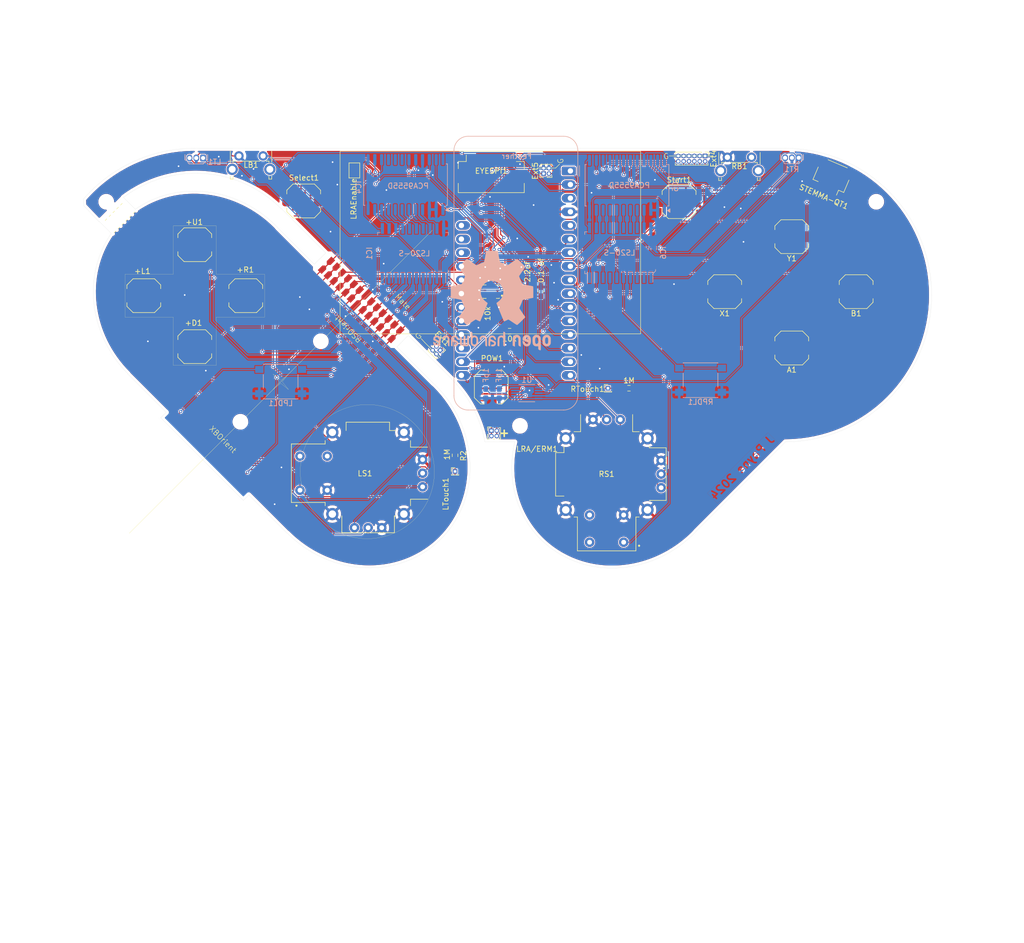
<source format=kicad_pcb>
(kicad_pcb (version 20240108) (generator "pcbnew") (generator_version "8.0")
  (title_block (title "FSCKPad") (date "2024-06-29") (rev "1.1"))
  (layers (0 "F.Cu" signal) (31 "B.Cu" signal) (34 "B.Paste" user) (35 "F.Paste" user) (36 "B.SilkS" user "B.Silkscreen") (37 "F.SilkS" user "F.Silkscreen") (38 "B.Mask" user) (39 "F.Mask" user) (44 "Edge.Cuts" user))
  (net 0 "")
  (net 1 "+3.3V")
  (net 2 "GND")
  (net 3 "Net-(IC1-OUT5)")
  (net 4 "Net-(IC1-OUT6)")
  (net 5 "Net-(IC1-OUT8)")
  (net 6 "Net-(IC1-OUT7)")
  (net 7 "Net-(IC1-OUT0)")
  (net 8 "Net-(IC1-OUT1)")
  (net 9 "Net-(IC1-OUT3)")
  (net 10 "Net-(IC1-OUT4)")
  (net 11 "Net-(IC1-OUT2)")
  (net 12 "Net-(IC5-IO0_7)")
  (net 13 "Net-(IC5-IO0_4)")
  (net 14 "Net-(IC5-IO0_0)")
  (net 15 "Net-(IC5-IO1_0)")
  (net 16 "Net-(IC5-IO0_3)")
  (net 17 "Net-(IC5-IO0_5)")
  (net 18 "Net-(IC5-IO0_2)")
  (net 19 "Net-(IC5-IO0_6)")
  (net 20 "Net-(IC5-IO0_1)")
  (net 22 "Net-(EYESPI1-Pin_4)")
  (net 23 "Net-(EYESPI1-Pin_5)")
  (net 25 "Net-(EYESPI1-Pin_6)")
  (net 27 "Net-(EYESPI1-Pin_9)")
  (net 28 "Net-(EYESPI1-Pin_12)")
  (net 30 "RESET")
  (net 31 "Net-(EYESPI1-Pin_2)")
  (net 32 "Net-(EYESPI1-Pin_7)")
  (net 33 "Net-(EYESPI1-Pin_18)")
  (net 34 "Net-(EYESPI1-Pin_17)")
  (net 40 "/SCL")
  (net 41 "/SDA")
  (net 42 "/LT")
  (net 43 "/RT")
  (net 44 "/GPIO6")
  (net 45 "/INTERRUPT")
  (net 46 "/GPIO5")
  (net 47 "/GPIO3")
  (net 48 "/GPIO4")
  (net 49 "/GPIO1")
  (net 50 "/GPIO2")
  (net 51 "/D9")
  (net 52 "/PS")
  (net 53 "/D8")
  (net 54 "/RPDL")
  (net 55 "/A")
  (net 56 "/RJSS")
  (net 57 "/RB")
  (net 58 "/X")
  (net 59 "/B")
  (net 60 "/Y")
  (net 61 "/LJSS")
  (net 62 "/L")
  (net 63 "/D")
  (net 64 "/LB")
  (net 65 "/U")
  (net 66 "/R")
  (net 67 "/LPDL")
  (net 68 "/RJSV")
  (net 69 "/LJSV")
  (net 70 "/RJSH")
  (net 71 "/LJSH")
  (net 72 "/RTouchSense")
  (net 73 "Net-(IC4-IO1_1)")
  (net 76 "/LTouchProbe")
  (net 77 "/RTouchProbe")
  (net 79 "Net-(IC6-SW1)")
  (net 80 "/LTouchSense")
  (net 81 "/OriSelect")
  (net 82 "Net-(U1-REG)")
  (net 83 "Net-(LRA/ERM1-Pin_2)")
  (net 84 "Net-(LRA/ERM1-Pin_1)")
  (net 85 "/LRASelect")
  (footprint "Connector_PinHeader_1.00mm:PinHeader_2x02_P1.00mm_Vertical" (layer "F.Cu") (at 98.25 17 90)
    (property "Reference" "Ext5")
    (property "Value" "Conn_02x02_Top_Bottom" (hide yes))
  )
  (footprint "JSP_Footprints:BridgeableComb_1x13" (layer "F.Cu") (at 34.990369 70.165631 45)
    (property "Reference" "XBOrient")
    (property "Value" "Conn_01x13")
  )
  (footprint "JSP_Footprints:BridgeableComb_1x13" (layer "F.Cu") (at 64.260077 40.53913 -135)
    (property "Reference" "PSOrient")
    (property "Value" "Conn_01x13" (hide yes))
  )
  (footprint "Resistor_SMD:R_0603_1608Metric_Pad0.98x0.95mm_HandSolder" (layer "F.Cu") (at 81.75 69.5 -90)
    (property "Reference" "R2")
    (property "Value" "1M")
  )
  (footprint "JSP_Footprints:6.5mm_MouseBite" (layer "F.Cu") (at 17.783739 24.507261 45)
    (property "Reference" "Bite1" (hide yes))
    (property "Value" "Fiducial")
  )
  (footprint "Button_Switch_THT:SW_Tactile_SPST_Angled_PTS645Vx39-2LFS" (layer "F.Cu") (at 132.5 13.9625)
    (property "Reference" "RB1")
    (property "Value" "PTS645V" (hide yes))
  )
  (footprint "MountingHole:MountingHole_2.7mm_M2.5_DIN965" (layer "F.Cu") (at 56.75 48.25)
    (property "Reference" "H4" (hide yes))
    (property "Value" "MountingHole" (hide yes))
  )
  (footprint "MountingHole:MountingHole_2.7mm_M2.5_DIN965" (layer "F.Cu") (at 93.853 64.008)
    (property "Reference" "H3" (hide yes))
    (property "Value" "MountingHole" (hide yes))
  )
  (footprint "Capacitor_SMD:C_0603_1608Metric_Pad1.08x0.95mm_HandSolder" (layer "F.Cu") (at 95.24 39.0025 -90)
    (property "Reference" "C2" (hide yes))
    (property "Value" "2.2uf")
  )
  (footprint "Connector_PinHeader_1.00mm:PinHeader_1x01_P1.00mm_Vertical" (layer "F.Cu") (at 110.25 57)
    (property "Reference" "RTouch1")
    (property "Value" "Conn_01x01_Pin" (hide yes))
  )
  (footprint "Jumper:SolderJumper-2_P1.3mm_Open_TrianglePad1.0x1.5mm" (layer "F.Cu") (at 62.992 16.4065 -90)
    (property "Reference" "LRAEnable")
    (property "Value" "0")
  )
  (footprint "Connector_PinHeader_1.00mm:PinHeader_1x01_P1.00mm_Vertical" (layer "F.Cu") (at 81.75 72.5)
    (property "Reference" "LTouch1")
    (property "Value" "Conn_01x01_Pin" (hide yes))
  )
  (footprint "Capacitor_SMD:C_0603_1608Metric_Pad1.08x0.95mm_HandSolder" (layer "F.Cu") (at 97.75 39.0025 -90)
    (property "Reference" "C1" (hide yes))
    (property "Value" "0.1 uf")
  )
  (footprint "Connector_PinHeader_1.00mm:PinHeader_2x02_P1.00mm_Vertical" (layer "F.Cu") (at 78.994 49.911 -135)
    (property "Reference" "Ext1")
    (property "Value" "H1")
  )
  (footprint "Connector_PinHeader_1.00mm:PinHeader_2x02_P1.00mm_Vertical" (layer "F.Cu") (at 88.527 64.905)
    (property "Reference" "LRA/ERM1")
    (property "Value" "Conn_02x02_Odd_Even")
  )
  (footprint "MountingHole:MountingHole_2.7mm_M2.5_DIN965" (layer "F.Cu") (at 41.75 63.25)
    (property "Reference" "H5" (hide yes))
    (property "Value" "MountingHole" (hide yes))
  )
  (footprint "Connector_JST:JST_SH_SM04B-SRSS-TB_1x04-1MP_P1.00mm_Horizontal" (layer "F.Cu") (at 152.019 17.653 157)
    (property "Reference" "STEMMA-QT1")
    (property "Value" "Conn_01x04" (hide yes))
  )
  (footprint "JSP_Footprints:SW_Push_1TS009_Conductive_Pad" (layer "F.Cu") (at 144.5 28.75 180)
    (property "Reference" "Y1")
    (property "Value" "1-TS009")
  )
  (footprint "JSP_Footprints:SW_Push_1TS009_Conductive_Pad" (layer "F.Cu") (at 144.5 49.5 180)
    (property "Reference" "A1")
    (property "Value" "1-TS009")
  )
  (footprint "JSP_Footprints:SW_Push_1TS009_Conductive_Pad" (layer "F.Cu") (at 123.500892 22.225)
    (property "Reference" "Start1")
    (property "Value" "1-TS009")
  )
  (footprint "JSP_Footprints:BridgeableComb_1x13_Reverse" (layer "F.Cu") (at 64.252781 40.549965 45)
    (property "Reference" "Mate")
    (property "Value" "Conn_01x13" (hide yes))
  )
  (footprint "Button_Switch_THT:SW_Tactile_SPST_Angled_PTS645Vx39-2LFS" (layer "F.Cu") (at 41.475 13.7125)
    (property "Reference" "LB1")
    (property "Value" "PTS645V" (hide yes))
  )
  (footprint "MountingHole:MountingHole_2.7mm_M2.5_DIN965" (layer "F.Cu") (at 160.25 22.25)
    (property "Reference" "H2" (hide yes))
    (property "Value" "MountingHole" (hide yes))
  )
  (footprint "JSP_Footprints:SW_Push_1TS009_Conductive_Pad" (layer "F.Cu") (at 33.25 30.25)
    (property "Reference" "+U1")
    (property "Value" "1-TS009")
  )
  (footprint "Connector_PinHeader_1.00mm:PinHeader_2x06_P1.00mm_Vertical" (layer "F.Cu") (at 128.349 13.716 -90)
    (property "Reference" "Ext4")
    (property "Value" "Conn_02x07_Counter_Clockwise")
  )
  (footprint "JSP_Footprints:6.5mm_MouseBite" (layer "F.Cu") (at 20.158447 26.062077 45)
    (property "Reference" "Bite2" (hide yes))
    (property "Value" "Fiducial")
  )
  (footprint "JSP_Footprints:SW_Push_1TS009_Conductive_Pad" (layer "F.Cu") (at 23.75 39.75)
    (property "Reference" "+L1")
    (property "Value" "1-TS009")
  )
  (footprint "JSP_Footprints:SW_Push_1TS009_Conductive_Pad" (layer "F.Cu") (at 33.25 49.25)
    (property "Reference" "+D1")
    (property "Value" "1-TS009")
  )
  (footprint "COM-09032:XDCR_COM-09032" (layer "F.Cu") (at 65.55 72.831281 90)
    (property "Reference" "LS1")
    (property "Value" "COM-09032")
  )
  (footprint "Capacitor_SMD:C_0603_1608Metric_Pad1.08x0.95mm_HandSolder" (layer "F.Cu") (at 92.73 39.0025 -90)
    (property "Reference" "C3" (hide yes))
    (property "Value" "10nf")
  )
  (footprint "JSP_Footprints:SW_Push_1TS009_Conductive_Pad" (layer "F.Cu") (at 53.546 22.098 180)
    (property "Reference" "Select1")
    (property "Value" "1-TS009")
  )
  (footprint "ICM-42670-P:XDCR_ICM-42670-P" (layer "F.Cu") (at 88.5 39 180)
    (property "Reference" "IC3")
    (property "Value" "ICM-42670-P" (hide yes))
  )
  (footprint "JSP_Footprints:SW_Push_1TS009_Conductive_Pad" (layer "F.Cu") (at 88.5 56.769 90)
    (property "Reference" "POW1")
    (property "Value" "1-TS009")
  )
  (footprint "JSP_Footprints:SW_Push_1TS009_Conductive_Pad" (layer "F.Cu") (at 132 39 180)
    (property "Reference" "X1")
    (property "Value" "1-TS009")
  )
  (footprint "JSP_Footprints:SW_Push_1TS009_Conductive_Pad" (layer "F.Cu") (at 42.75 39.75)
    (property "Reference" "+R1")
    (property "Value" "1-TS009")
  )
  (footprint "COM-09032:XDCR_COM-09032" (layer "F.Cu") (at 110 73 180)
    (property "Reference" "RS1")
    (property "Value" "COM-09032")
  )
  (footprint "Resistor_SMD:R_0603_1608Metric_Pad0.98x0.95mm_HandSolder" (layer "F.Cu") (at 86.4 43.08 90)
    (property "Reference" "R4" (hide yes))
    (property "Value" "10k")
  )
  (footprint "Resistor_SMD:R_0603_1608Metric_Pad0.98x0.95mm_HandSolder" (layer "F.Cu") (at 114.1625 57 180)
    (property "Reference" "R1" (hide yes))
    (property "Value" "1M")
  )
  (footprint "MountingHole:MountingHole_2.7mm_M2.5_DIN965" (layer "F.Cu") (at 16.75 22.25)
    (property "Reference" "H1" (hide yes))
    (property "Value" "MountingHole" (hide yes))
  )
  (footprint "Connector_FFC-FPC:Hirose_FH12-18S-0.5SH_1x18-1MP_P0.50mm_Horizontal" (layer "F.Cu") (at 88.5 16.05)
    (property "Reference" "EYESPI1")
    (property "Value" "Conn_01x18_Pin")
  )
  (footprint "JSP_Footprints:SW_Push_1TS009_Conductive_Pad" (layer "F.Cu") (at 156.5 39 180)
    (property "Reference" "B1")
    (property "Value" "1-TS009")
  )
  (footprint "Resistor_SMD:R_0603_1608Metric_Pad0.98x0.95mm_HandSolder" (layer "F.Cu") (at 91.92 46.36)
    (property "Reference" "R5" (hide yes))
    (property "Value" "10k")
  )
  (footprint "Capacitor_SMD:C_0603_1608Metric_Pad1.08x0.95mm_HandSolder" (layer "B.Cu") (at 87.471684 58.004136 -90)
    (property "Reference" "C4" (hide yes))
    (property "Value" "1pF")
  )
  (footprint "digikey-kicad-library:SOIC-20_W7.5mm" (layer "B.Cu") (at 73.914 31.877 90)
    (property "Reference" "IC1")
    (property "Value" "LS20-S")
  )
  (footprint "Capacitor_SMD:C_0603_1608Metric_Pad1.08x0.95mm_HandSolder" (layer "B.Cu") (at 89.981684 58.004136 -90)
    (property "Reference" "C5" (hide yes))
    (property "Value" "1pF")
  )
  (footprint "Button_Switch_SMD:SW_Push_1P1T_NO_6x6mm_H9.5mm" (layer "B.Cu") (at 49.25 55.75)
    (property "Reference" "LPDL1")
    (property "Value" "1-TS009")
  )
  (footprint "Package_SO:SOIC-24W_7.5x15.4mm_P1.27mm" (layer "B.Cu") (at 113.792 19.177 90)
    (property "Reference" "IC5")
    (property "Value" "PCA9555D")
  )
  (footprint "Module:Adafruit_Feather" (layer "B.Cu") (at 103.25 16.5 180)
    (property "Reference" "Feather")
    (property "Value" "Adafruit_Feather_Generic" (hide yes))
  )
  (footprint "Package_TO_SOT_THT:TO-92Flat" (layer "B.Cu") (at 34.798 14.097 180)
    (property "Reference" "LT1")
    (property "Value" "A1301EUA-T" (hide yes))
  )
  (footprint "Package_SO:VSSOP-10_3x3mm_P0.5mm" (layer "B.Cu") (at 95.123 57.912 180)
    (property "Reference" "U1")
    (property "Value" "DRV2605LDGS")
  )
  (footprint "Button_Switch_SMD:SW_Push_1P1T_NO_6x6mm_H9.5mm" (layer "B.Cu") (at 127.5 55.5)
    (property "Reference" "RPDL1")
    (property "Value" "1-TS009")
  )
  (footprint "Package_SO:SOIC-24W_7.5x15.4mm_P1.27mm" (layer "B.Cu") (at 72.517 19.05 90)
    (property "Reference" "IC4")
    (property "Value" "PCA9555D")
  )
  (footprint "Symbol:OSHW-Logo2_24.3x20mm_SilkScreen" (layer "B.Cu") (at 88.646 40.64 180)
    (property "Reference" "Centroid1" (hide yes))
    (property "Value" "Fiducial" (hide yes))
  )
  (footprint "Package_TO_SOT_THT:TO-92Flat" (layer "B.Cu") (at 145.796 14.059 180)
    (property "Reference" "RT1")
    (property "Value" "A1301EUA-T" (hide yes))
  )
  (footprint "digikey-kicad-library:SOIC-20_W7.5mm" (layer "B.Cu") (at 112.522 31.75 90)
    (property "Reference" "IC6")
    (property "Value" "LS20-S")
  )
  (gr_line (start 46.249964 43.750028) (end 46.249964 35.75) (stroke (width 0.0254)) (layer "F.SilkS"))
  (gr_line (start 29.249968 43.750027) (end 29.249968 52.749996) (stroke (width 0.0254)) (layer "F.SilkS"))
  (gr_line (start 49.274628 56.083875) (end 47.842331 57.232593) (stroke (width 0.0254)) (layer "F.SilkS"))
  (gr_curve (pts (xy 60.626974 60.99257) (xy 55.956044 62.927332) (xy 52.910517 67.485286) (xy 52.910517 72.541064)) (stroke (width 0.0254)) (layer "F.SilkS"))
  (gr_line (start 37.249996 26.750031) (end 29.249968 26.750031) (stroke (width 0.0254)) (layer "F.SilkS"))
  (gr_line (start 46.249964 35.75) (end 37.249996 35.749999) (stroke (width 0.0254)) (layer "F.SilkS"))
  (gr_line (start 49.274629 55.516714) (end 50.706928 54.367996) (stroke (width 0.0254)) (layer "F.SilkS"))
  (gr_line (start 78.958645 51.325213) (end 76.130218 48.496786) (stroke (width 0.1)) (layer "F.SilkS"))
  (gr_line (start 21.0315 84.043424) (end 77.517758 27.557166) (stroke (width 0.0254)) (layer "F.SilkS"))
  (gr_curve (pts (xy 52.910517 72.541064) (xy 52.910517 77.596842) (xy 55.956044 82.154796) (xy 60.626974 84.089558)) (stroke (width 0.0254)) (layer "F.SilkS"))
  (gr_line (start 37.249996 35.749999) (end 37.249996 26.750031) (stroke (width 0.0254)) (layer "F.SilkS"))
  (gr_line (start 121.666 13.716) (end 129.916 13.716) (stroke (width 0.1)) (layer "F.SilkS"))
  (gr_line (start 20.25 43.750028) (end 29.249968 43.750027) (stroke (width 0.0254)) (layer "F.SilkS"))
  (gr_line (start 47.84233 54.367996) (end 49.274629 55.516714) (stroke (width 0.0254)) (layer "F.SilkS"))
  (gr_curve (pts (xy 77.910517 72.541064) (xy 77.910517 69.225858) (xy 76.593556 66.046434) (xy 74.249352 63.702229)) (stroke (width 0.0254)) (layer "F.SilkS"))
  (gr_line (start 77.517758 27.557166) (end 21.0315 84.043424) (stroke (width 0.0254)) (layer "F.SilkS"))
  (gr_line (start 50.706927 57.232593) (end 49.274628 56.083875) (stroke (width 0.0254)) (layer "F.SilkS"))
  (gr_curve (pts (xy 60.626974 84.089558) (xy 65.297904 86.024321) (xy 70.674377 84.954874) (xy 74.249352 81.379899)) (stroke (width 0.0254)) (layer "F.SilkS"))
  (gr_line (start 100.5 15.96) (end 101.25 15.21) (stroke (width 0.1)) (layer "F.SilkS"))
  (gr_line (start 97.25 15.96) (end 100.5 15.96) (stroke (width 0.1)) (layer "F.SilkS"))
  (gr_curve (pts (xy 74.249352 63.702229) (xy 70.674377 60.127254) (xy 65.297904 59.057807) (xy 60.626974 60.99257)) (stroke (width 0.0254)) (layer "F.SilkS"))
  (gr_line (start 29.249968 35.749999) (end 20.25 35.75) (stroke (width 0.0254)) (layer "F.SilkS"))
  (gr_line (start 29.249968 26.750031) (end 29.249968 35.749999) (stroke (width 0.0254)) (layer "F.SilkS"))
  (gr_line (start 48.991048 55.800295) (end 47.84233 54.367996) (stroke (width 0.0254)) (layer "F.SilkS"))
  (gr_line (start 20.25 35.75) (end 20.25 43.750028) (stroke (width 0.0254)) (layer "F.SilkS"))
  (gr_rect (start 60.325 12.827) (end 116.332 46.863) (stroke (width 0.1)) (fill none) (layer "F.SilkS"))
  (gr_line (start 47.842331 57.232593) (end 48.991048 55.800295) (stroke (width 0.0254)) (layer "F.SilkS"))
  (gr_line (start 37.249996 43.750027) (end 46.249964 43.750028) (stroke (width 0.0254)) (layer "F.SilkS"))
  (gr_line (start 50.706928 54.367996) (end 49.558209 55.800294) (stroke (width 0.0254)) (layer "F.SilkS"))
  (gr_line (start 76.130218 48.496786) (end 75.438 47.752) (stroke (width 0.1)) (layer "F.SilkS"))
  (gr_line (start 29.249968 52.749996) (end 37.249996 52.749996) (stroke (width 0.0254)) (layer "F.SilkS"))
  (gr_line (start 37.249996 52.749996) (end 37.249996 43.750027) (stroke (width 0.0254)) (layer "F.SilkS"))
  (gr_curve (pts (xy 74.249352 81.379899) (xy 76.593556 79.035694) (xy 77.910517 75.85627) (xy 77.910517 72.541064)) (stroke (width 0.0254)) (layer "F.SilkS"))
  (gr_line (start 49.558209 55.800294) (end 50.706927 57.232593) (stroke (width 0.0254)) (layer "F.SilkS"))
  (gr_line (start 55.516496 33.898612) (end 48.752051 27.134684) (stroke (width 0.0254)) (layer "Edge.Cuts"))
  (gr_line (start 43.316207 76.893404) (end 50.470293 84.047489) (stroke (width 0.0254)) (layer "Edge.Cuts"))
  (gr_line (start 73.030156 47.159818) (end 81.159375 55.289038) (stroke (width 0.0254)) (layer "Edge.Cuts"))
  (gr_curve (pts (xy 48.387216 26.717655) (xy 41.10636 19.450935) (xy 30.00826 18.152971) (xy 22.167627 23.651176)) (stroke (width 0.0254)) (layer "Edge.Cuts"))
  (gr_curve (pts (xy 111.774222 90.521114) (xy 117.147333 90.323315) (xy 122.378844 87.999141) (xy 126.317862 84.059892)) (stroke (width 0.0254)) (layer "Edge.Cuts"))
  (gr_curve (pts (xy 35.015939 17.003519) (xy 40.406294 17.382769) (xy 45.480081 19.689452) (xy 49.30964 23.501831)) (stroke (width 0.0254)) (layer "Edge.Cuts"))
  (gr_curve (pts (xy 48.752051 27.134684) (xy 48.632166 26.994206) (xy 48.510543 26.855185) (xy 48.387216 26.717655)) (stroke (width 0.0254)) (layer "Edge.Cuts"))
  (gr_line (start 77.676901 56.059534) (end 70.913489 49.296122) (stroke (width 0.0254)) (layer "Edge.Cuts"))
  (gr_curve (pts (xy 50.497681 84.021651) (xy 54.436833 87.960779) (xy 59.668422 90.284777) (xy 65.041535 90.482382)) (stroke (width 0.0254)) (layer "Edge.Cuts"))
  (gr_line (start 126.683212 83.642863) (end 143.321992 67.004085) (stroke (width 0.0254)) (layer "Edge.Cuts"))
  (gr_line (start 70.913489 49.296122) (end 71.929965 48.279647) (stroke (width 0.0254)) (layer "Edge.Cuts"))
  (gr_curve (pts (xy 17.678496 28.150126) (xy 12.225404 35.992428) (xy 13.541137 47.054676) (xy 20.790451 54.31442)) (stroke (width 0.0254)) (layer "Edge.Cuts"))
  (gr_curve (pts (xy 170.572522 39.641414) (xy 170.572522 24.476616) (xy 158.326342 12.267891) (xy 143.114762 12.267891)) (stroke (width 0.0254)) (layer "Edge.Cuts"))
  (gr_line (start 143.114762 12.267891) (end 33.283745 12.267891) (stroke (width 0.0254)) (layer "Edge.Cuts"))
  (gr_line (start 50.497164 84.021134) (end 50.497681 84.021651) (stroke (width 0.0254)) (layer "Edge.Cuts"))
  (gr_line (start 12.5 21.75) (end 12.535657 22.96543) (stroke (width 0.0254)) (layer "Edge.Cuts"))
  (gr_curve (pts (xy 79.148646 85.075333) (xy 86.769024 77.454686) (xy 86.297046 64.627535) (xy 78.094446 56.424886)) (stroke (width 0.0254)) (layer "Edge.Cuts"))
  (gr_line (start 87.315072 67.01442) (end 92.873389 67.01442) (stroke (width 0.0254)) (layer "Edge.Cuts"))
  (gr_line (start 20.791484 54.315454) (end 20.765129 54.342326) (stroke (width 0.0254)) (layer "Edge.Cuts"))
  (gr_line (start 71.929965 48.279647) (end 71.920146 48.269828) (stroke (width 0.0254)) (layer "Edge.Cuts"))
  (gr_line (start 26.904289 62.510819) (end 42.301799 77.907812) (stroke (width 0.0254)) (layer "Edge.Cuts"))
  (gr_line (start 12.535657 22.96543) (end 15.425403 25.981266) (stroke (width 0.0254)) (layer "Edge.Cuts"))
  (gr_line (start 49.341679 23.471342) (end 57.652283 31.782462) (stroke (width 0.0254)) (layer "Edge.Cuts"))
  (gr_line (start 81.12837 55.320561) (end 81.129403 55.321594) (stroke (width 0.0254)) (layer "Edge.Cuts"))
  (gr_curve (pts (xy 78.094446 56.424886) (xy 77.956748 56.301382) (xy 77.817555 56.179587) (xy 77.676901 56.059534)) (stroke (width 0.0254)) (layer "Edge.Cuts"))
  (gr_line (start 50.470293 84.047489) (end 50.497164 84.021134) (stroke (width 0.0254)) (layer "Edge.Cuts"))
  (gr_curve (pts (xy 126.317862 84.059892) (xy 126.441362 83.922365) (xy 126.563156 83.783344) (xy 126.683212 83.642863)) (stroke (width 0.0254)) (layer "Edge.Cuts"))
  (gr_line (start 20.790451 54.31442) (end 20.791484 54.315454) (stroke (width 0.0254)) (layer "Edge.Cuts"))
  (gr_line (start 49.310674 23.502348) (end 49.341679 23.471342) (stroke (width 0.0254)) (layer "Edge.Cuts"))
  (gr_line (start 20.765129 54.342326) (end 27.918698 61.496411) (stroke (width 0.0254)) (layer "Edge.Cuts"))
  (gr_line (start 56.532972 32.882137) (end 55.516496 33.898612) (stroke (width 0.0254)) (layer "Edge.Cuts"))
  (gr_curve (pts (xy 143.321992 67.004085) (xy 158.436202 66.892471) (xy 170.572522 54.736449) (xy 170.572522 39.641414)) (stroke (width 0.0254)) (layer "Edge.Cuts"))
  (gr_line (start 22.167627 23.651176) (end 19.952776 21.436324) (stroke (width 0.0254)) (layer "Edge.Cuts"))
  (gr_curve (pts (xy 15.425403 25.981266) (xy 15.435714 25.96351) (xy 15.44605 25.945767) (xy 15.456409 25.928039)) (stroke (width 0.0254)) (layer "Edge.Cuts"))
  (gr_line (start 81.159375 55.289038) (end 81.12837 55.320561) (stroke (width 0.0254)) (layer "Edge.Cuts"))
  (gr_curve (pts (xy 19.952776 21.436324) (xy 24.278532 18.19766) (xy 29.625467 16.624158) (xy 35.015939 17.003519)) (stroke (width 0.0254)) (layer "Edge.Cuts"))
  (gr_line (start 57.652283 31.782462) (end 56.54279 32.891955) (stroke (width 0.0254)) (layer "Edge.Cuts"))
  (gr_curve (pts (xy 97.666895 85.114608) (xy 101.326546 88.774131) (xy 106.401111 90.718912) (xy 111.774222 90.521114)) (stroke (width 0.0254)) (layer "Edge.Cuts"))
  (gr_line (start 56.54279 32.891955) (end 56.532972 32.882137) (stroke (width 0.0254)) (layer "Edge.Cuts"))
  (gr_line (start 42.301799 77.907812) (end 43.316207 76.893404) (stroke (width 0.0254)) (layer "Edge.Cuts"))
  (gr_line (start 27.918698 61.496411) (end 26.904289 62.510819) (stroke (width 0.0254)) (layer "Edge.Cuts"))
  (gr_line (start 71.920146 48.269828) (end 73.030156 47.159818) (stroke (width 0.0254)) (layer "Edge.Cuts"))
  (gr_curve (pts (xy 65.041535 90.482382) (xy 70.414648 90.679986) (xy 75.489136 88.735009) (xy 79.148646 85.075333)) (stroke (width 0.0254)) (layer "Edge.Cuts"))
  (gr_curve (pts (xy 92.873389 67.01442) (xy 91.281191 73.694599) (xy 93.079539 80.485127) (xy 97.666895 85.114608)) (stroke (width 0.0254)) (layer "Edge.Cuts"))
  (gr_line (start 49.30964 23.501831) (end 49.310674 23.502348) (stroke (width 0.0254)) (layer "Edge.Cuts"))
  (gr_curve (pts (xy 33.283745 12.267891) (xy 24.952413 12.267891) (xy 17.527476 15.945609) (xy 12.5 21.75)) (stroke (width 0.0254)) (layer "Edge.Cuts"))
  (gr_curve (pts (xy 81.129403 55.321594) (xy 84.316436 58.511277) (xy 86.471499 62.585013) (xy 87.315072 67.01442)) (stroke (width 0.0254)) (layer "Edge.Cuts"))
  (gr_line (start 15.456409 25.928039) (end 17.678496 28.150126) (stroke (width 0.0254)) (layer "Edge.Cuts"))
  (gr_text "rev 1.1" (at 135.001 74.041 45) (layer "F.Cu" knockout) (effects (font (size 1.5 1.5) (thickness 0.3) (bold yes)) (justify left bottom)))
  (gr_text "J Payne 2024" (at 141.605 66.675 45) (layer "B.Cu" knockout) (effects (font (size 1.5 1.5) (thickness 0.3) (bold yes)) (justify left bottom mirror)))
  (gr_text "G" (at 102 15.21 90) (layer "F.SilkS") (effects (font (size 1 1) (thickness 0.1)) (justify left bottom)))
  (gr_text "G" (at 74.93 48.133 45) (layer "F.SilkS") (effects (font (size 1 1) (thickness 0.1)) (justify left bottom)))
  (gr_text "G" (at 120.523 14.351 0) (layer "F.SilkS") (effects (font (size 1 1) (thickness 0.1)) (justify left bottom)))
  (gr_text "+" (at 89.789 66.167 0) (layer "F.SilkS") (effects (font (size 1.5 1.5) (thickness 0.3) (bold yes)) (justify left bottom)))
  (segment (start 150.636113 17.0462) (end 148.3422 17.0462) (width 0.2) (layer "F.Cu") (net 1))
  (segment (start 49.276 53.470739) (end 49.276 57.954215) (width 0.2) (layer "F.Cu") (net 1))
  (segment (start 84.25 14.2) (end 84.183 14.2) (width 0.2) (layer "F.Cu") (net 1))
  (segment (start 61.869468 45.085) (end 59.563 45.085) (width 0.2) (layer "F.Cu") (net 1))
  (segment (start 63.881 38.865739) (end 62.606896 40.139843) (width 0.2) (layer "F.Cu") (net 1))
  (segment (start 63.893571 38.753914) (end 64.742993 37.904492) (width 0.2) (layer "F.Cu") (net 1))
  (segment (start 68.631529 39.208) (end 78.267 39.208) (width 0.2) (layer "F.Cu") (net 1))
  (segment (start 98.588471 57.4) (end 92.745 51.556529) (width 0.2) (layer "F.Cu") (net 1))
  (segment (start 89.3875 37.7) (end 90.565 37.7) (width 0.2) (layer "F.Cu") (net 1))
  (segment (start 76.899 74.182281) (end 75.71 75.371281) (width 0.2) (layer "F.Cu") (net 1))
  (segment (start 64.619287 42.335181) (end 61.869468 45.085) (width 0.2) (layer "F.Cu") (net 1))
  (segment (start 89 36.549) (end 88.635363 36.184363) (width 0.2) (layer "F.Cu") (net 1))
  (segment (start 108.585 19.431) (end 108.077 19.431) (width 0.2) (layer "F.Cu") (net 1))
  (segment (start 97.75 39.865) (end 95.24 39.865) (width 0.2) (layer "F.Cu") (net 1))
  (segment (start 107.1 57.4) (end 98.588471 57.4) (width 0.2) (layer "F.Cu") (net 1))
  (segment (start 85.23 37.33) (end 85.23 41.085) (width 0.2) (layer "F.Cu") (net 1))
  (segment (start 95.24 39.865) (end 92.73 39.865) (width 0.2) (layer "F.Cu") (net 1))
  (segment (start 85.23 41.085) (end 86.4 42.255) (width 0.2) (layer "F.Cu") (net 1))
  (segment (start 85.23 37.33) (end 86.375637 36.184363) (width 0.2) (layer "F.Cu") (net 1))
  (segment (start 64.742993 37.904492) (end 65.405 37.904492) (width 0.2) (layer "F.Cu") (net 1))
  (segment (start 50.419 58.788492) (end 63.272789 71.642281) (width 0.2) (layer "F.Cu") (net 1))
  (segment (start 107.686 19.04) (end 103.25 19.04) (width 0.2) (layer "F.Cu") (net 1))
  (segment (start 90.565 37.7) (end 92.73 39.865) (width 0.2) (layer "F.Cu") (net 1))
  (segment (start 140.865 19.431) (end 128.016 19.431) (width 0.2) (layer "F.Cu") (net 1))
  (segment (start 89 38.0875) (end 89 36.549) (width 0.2) (layer "F.Cu") (net 1))
  (segment (start 151.816756 19.559274) (end 152.019 19.35703) (width 0.2) (layer "F.Cu") (net 1))
  (segment (start 92.745 51.556529) (end 92.745 46.36) (width 0.2) (layer "F.Cu") (net 1))
  (segment (start 112.54 62.84) (end 107.1 57.4) (width 0.2) (layer "F.Cu") (net 1))
  (segment (start 88 39.9125) (end 88 40.655) (width 0.2) (layer "F.Cu") (net 1))
  (segment (start 59.563 45.085) (end 58.612369 44.134369) (width 0.2) (layer "F.Cu") (net 1))
  (segment (start 44.4235 17.5525) (end 43.953845 18.022155) (width 0.2) (layer "F.Cu") (net 1))
  (segment (start 92.73 39.865) (end 92.73 46.345) (width 0.2) (layer "F.Cu") (net 1))
  (segment (start 62.606896 40.139843) (end 58.612369 44.134369) (width 0.2) (layer "F.Cu") (net 1))
  (segment (start 84.183 14.2) (end 83.058 13.075) (width 0.2) (layer "F.Cu") (net 1))
  (segment (start 49.233607 57.996607) (end 36.578374 70.651841) (width 0.2) (layer "F.Cu") (net 1))
  (segment (start 50.376607 57.996607) (end 50.419 58.039) (width 0.2) (layer "F.Cu") (net 1))
  (segment (start 76.899 72.338781) (end 76.899 74.182281) (width 0.2) (layer "F.Cu") (net 1))
  (segment (start 65.405 37.904492) (end 67.328021 37.904492) (width 0.2) (layer "F.Cu") (net 1))
  (segment (start 88 40.655) (end 86.4 42.255) (width 0.2) (layer "F.Cu") (net 1))
  (segment (start 88.635363 36.184363) (end 86.375637 36.184363) (width 0.2) (layer "F.Cu") (net 1))
  (segment (start 145.796 14.5) (end 140.865 19.431) (width 0.2) (layer "F.Cu") (net 1))
  (segment (start 112.54 62.84) (end 112.54 67.92) (width 0.2) (layer "F.Cu") (net 1))
  (segment (start 63.272789 71.642281) (end 76.2025 71.642281) (width 0.2) (layer "F.Cu") (net 1))
  (segment (start 148.3422 17.0462) (end 145.796 14.5) (width 0.2) (layer "F.Cu") (net 1))
  (segment (start 92.73 46.345) (end 92.745 46.36) (width 0.2) (layer "F.Cu") (net 1))
  (segment (start 67.328021 37.904492) (end 68.631529 39.208) (width 0.2) (layer "F.Cu") (net 1))
  (segment (start 50.419 58.039) (end 50.419 58.788492) (width 0.2) (layer "F.Cu") (net 1))
  (segment (start 49.276 57.954215) (end 49.233607 57.996607) (width 0.2) (layer "F.Cu") (net 1))
  (segment (start 112.54 67.92) (end 120.16 75.54) (width 0.2) (layer "F.Cu") (net 1))
  (segment (start 63.881 38.862) (end 63.881 38.865739) (width 0.2) (layer "F.Cu") (net 1))
  (segment (start 49.233607 57.996607) (end 50.376607 57.996607) (width 0.2) (layer "F.Cu") (net 1))
  (segment (start 87.3375 38.25) (end 87.3375 36.195) (width 0.2) (layer "F.Cu") (net 1))
  (segment (start 76.2025 71.642281) (end 76.899 72.338781) (width 0.2) (layer "F.Cu") (net 1))
  (segment (start 152.019 18.429087) (end 150.636113 17.0462) (width 0.2) (layer "F.Cu") (net 1))
  (segment (start 47.9795 17.5525) (end 44.4235 17.5525) (width 0.2) (layer "F.Cu") (net 1))
  (segment (start 89 38.0875) (end 89.3875 37.7) (width 0.2) (layer "F.Cu") (net 1))
  (segment (start 50.165 15.367) (end 47.9795 17.5525) (width 0.2) (layer "F.Cu") (net 1))
  (segment (start 78.267 39.208) (end 78.613 38.862) (width 0.2) (layer "F.Cu") (net 1))
  (segment (start 152.019 19.35703) (end 152.019 18.429087) (width 0.2) (layer "F.Cu") (net 1))
  (segment (start 108.077 19.431) (end 107.686 19.04) (width 0.2) (layer "F.Cu") (net 1))
  (segment (start 58.612369 44.134369) (end 49.276 53.470739) (width 0.2) (layer "F.Cu") (net 1))
  (via (at 86.417059 36.425785) (size 0.6) (drill 0.3) (layers "F.Cu" "B.Cu") (net 1))
  (via (at 50.165 15.367) (size 0.6) (drill 0.3) (layers "F.Cu" "B.Cu") (net 1))
  (via (at 65.405 37.904492) (size 0.6) (drill 0.3) (layers "F.Cu" "B.Cu") (net 1))
  (via (at 108.585 19.431) (size 0.6) (drill 0.3) (layers "F.Cu" "B.Cu") (net 1))
  (via (at 128.016 19.431) (size 0.6) (drill 0.3) (layers "F.Cu" "B.Cu") (net 1))
  (via (at 83.058 13.075) (size 0.6) (drill 0.3) (layers "F.Cu" "B.Cu") (net 1))
  (via (at 78.613 38.862) (size 0.6) (drill 0.3) (layers "F.Cu" "B.Cu") (net 1))
  (via (at 43.953845 18.022155) (size 0.6) (drill 0.3) (layers "F.Cu" "B.Cu") (net 1))
  (segment (start 39.283 15.2) (end 39.6305 14.8525) (width 0.2) (layer "B.Cu") (net 1))
  (segment (start 108.677 19.523) (end 108.585 19.431) (width 0.2) (layer "B.Cu") (net 1))
  (segment (start 92.923 56.912) (end 92.059 56.912) (width 0.2) (layer "B.Cu") (net 1))
  (segment (start 103.25 19.04) (end 98.84 19.04) (width 0.2) (layer "B.Cu") (net 1))
  (segment (start 83.058 13.075) (end 79.502 13.075) (width 0.2) (layer "B.Cu") (net 1))
  (segment (start 50.165 15.367) (end 52.457 13.075) (width 0.2) (layer "B.Cu") (net 1))
  (segment (start 92.232342 58.912) (end 91.252278 57.931936) (width 0.2) (layer "B.Cu") (net 1))
  (segment (start 79.629 37.846) (end 78.613 38.862) (width 0.2) (layer "B.Cu") (net 1))
  (segment (start 91.252278 57.931936) (end 91.178065 57.931936) (width 0.2) (layer "B.Cu") (net 1))
  (segment (start 84.582844 38.26) (end 79.215 38.26) (width 0.2) (layer "B.Cu") (net 1))
  (segment (start 144.848175 13.1562) (end 145.3038 13.611825) (width 0.2) (layer "B.Cu") (net 1))
  (segment (start 43.953845 18.022155) (end 45.057888 19.126199) (width 0.2) (layer "B.Cu") (net 1))
  (segment (start 97.323 58.912) (end 108.612 58.912) (width 0.2) (layer "B.Cu") (net 1))
  (segment (start 79.502 14.4) (end 79.502 13.075) (width 0.2) (layer "B.Cu") (net 1))
  (segment (start 119.4622 30.632022) (end 119.4622 31.089978) (width 0.2) (layer "B.Cu") (net 1))
  (segment (start 117.3198 13.149201) (end 116.967 13.502001) (width 0.2) (layer "B.Cu") (net 1))
  (segment (start 92.875 13.075) (end 83.058 13.075) (width 0.2) (layer "B.Cu") (net 1))
  (segment (start 52.457 13.075) (end 74.422 13.075) (width 0.2) (layer "B.Cu") (net 1))
  (segment (start 39.6305 14.8525) (end 40.784189 14.8525) (width 0.2) (layer "B.Cu") (net 1))
  (segment (start 69.372765 75.371281) (end 63.01 81.734046) (width 0.2) (layer "B.Cu") (net 1))
  (segment (start 86.417059 36.425785) (end 84.582844 38.26) (width 0.2) (layer "B.Cu") (net 1))
  (segment (start 93.8115 14.0115) (end 92.875 13.075) (width 0.2) (layer "B.Cu") (net 1))
  (segment (start 145.3038 13.611825) (end 145.3038 16.257926) (width 0.2) (layer "B.Cu") (net 1))
  (segment (start 116.967 13.502001) (end 116.666999 13.202) (width 0.2) (layer "B.Cu") (net 1))
  (segment (start 145.3038 16.257926) (end 125.161726 36.4) (width 0.2) (layer "B.Cu") (net 1))
  (segment (start 128.016 19.431) (end 128.016 22.078222) (width 0.2) (layer "B.Cu") (net 1))
  (segment (start 116.666999 13.202) (end 94.621 13.202) (width 0.2) (layer "B.Cu") (net 1))
  (segment (start 142.933825 13.1562) (end 144.848175 13.1562) (width 0.2) (layer "B.Cu") (net 1))
  (segment (start 87.455684 57.157636) (end 87.471684 57.141636) (width 0.2) (layer "B.Cu") (net 1))
  (segment (start 63.01 82.991281) (end 63.01 81.734046) (width 0.2) (layer "B.Cu") (net 1))
  (segment (start 128.016 22.078222) (end 119.4622 30.632022) (width 0.2) (layer "B.Cu") (net 1))
  (segment (start 79.502 13.075) (end 74.422 13.075) (width 0.2) (layer "B.Cu") (net 1))
  (segment (start 79.215 38.26) (end 78.613 38.862) (width 0.2) (layer "B.Cu") (net 1))
  (segment (start 128.016 19.431) (end 127.924 19.523) (width 0.2) (layer "B.Cu") (net 1))
  (segment (start 91.178065 57.931936) (end 92.198001 56.912) (width 0.2) (layer "B.Cu") (net 1))
  (segment (start 120.777 14.527) (end 120.777 13.502001) (width 0.2) (layer "B.Cu") (net 1))
  (segment (start 116.967 13.502001) (end 116.967 14.527) (width 0.2) (layer "B.Cu") (net 1))
  (segment (start 118.237 36.4) (end 125.161726 36.4) (width 0.2) (layer "B.Cu") (net 1))
  (segment (start 87.471684 57.141636) (end 88.261984 57.931936) (width 0.2) (layer "B.Cu") (net 1))
  (segment (start 98.84 19.04) (end 93.8115 14.0115) (width 0.2) (layer "B.Cu") (net 1))
  (segment (start 94.621 13.202) (end 93.8115 14.0115) (width 0.2) (layer "B.Cu") (net 1))
  (segment (start 88.261984 57.931936) (end 91.178065 57.931936) (width 0.2) (layer "B.Cu") (net 1))
  (segment (start 75.71 75.371281) (end 69.372765 75.371281) (width 0.2) (layer "B.Cu") (net 1))
  (segment (start 45.057888 19.126199) (end 46.626707 19.126199) (width 0.2) (layer "B.Cu") (net 1))
  (segment (start 108.612 58.912) (end 112.54 62.84) (width 0.2) (layer "B.Cu") (net 1))
  (segment (start 120.777 13.502001) (end 120.4242 13.149201) (width 0.2) (layer "B.Cu") (net 1))
  (segment (start 39.283 15.2) (end 35.901 15.2) (width 0.2) (layer "B.Cu") (net 1))
  (segment (start 145.77 14.5) (end 145.77 14.625) (width 0.2) (layer "B.Cu") (net 1))
  (segment (start 40.784189 14.8525) (end 43.953845 18.022155) (width 0.2) (layer "B.Cu") (net 1))
  (segment (start 92.198001 56.912) (end 92.923 56.912) (width 0.2) (layer "B.Cu") (net 1))
  (segment (start 35.901 15.2) (end 34.798 14.097) (width 0.2) (layer "B.Cu") (net 1))
  (segment (start 142.4782 14.506175) (end 142.4782 13.611825) (width 0.2) (layer "B.Cu") (net 1))
  (segment (start 120.060255 31.688033) (end 125.296342 31.688033) (width 0.2) (layer "B.Cu") (net 1))
  (segment (start 127.924 19.523) (end 108.677 19.523) (width 0.2) (layer "B.Cu") (net 1))
  (segment (start 92.923 58.912) (end 92.232342 58.912) (width 0.2) (layer "B.Cu") (net 1))
  (segment (start 142.4782 13.611825) (end 142.933825 13.1562) (width 0.2) (layer "B.Cu") (net 1))
  (segment (start 97.323 58.912) (end 92.923 58.912) (width 0.2) (layer "B.Cu") (net 1))
  (segment (start 125.296342 31.688033) (end 142.4782 14.506175) (width 0.2) (layer "B.Cu") (net 1))
  (segment (start 79.629 36.527) (end 79.629 37.846) (width 0.2) (layer "B.Cu") (net 1))
  (segment (start 119.4622 31.089978) (end 120.060255 31.688033) (width 0.2) (layer "B.Cu") (net 1))
  (segment (start 46.626707 19.126199) (end 65.405 37.904492) (width 0.2) (layer "B.Cu") (net 1))
  (segment (start 120.4242 13.149201) (end 117.3198 13.149201) (width 0.2) (layer "B.Cu") (net 1))
  (segment (start 34.29 13.081) (end 39.624 13.081) (width 0.2) (layer "F.Cu") (net 2))
  (segment (start 65.330412 39.472334) (end 65.326873 39.472334) (width 0.2) (layer "F.Cu") (net 2))
  (segment (start 65.326873 39.472334) (end 63.182446 41.616761) (width 0.2) (layer "F.Cu") (net 2))
  (segment (start 39.624 13.081) (end 40.2555 13.7125) (width 0.2) (layer "F.Cu") (net 2))
  (segment (start 34.631159 68.36958) (end 35.34958 68.36958) (width 0.2) (layer "F.Cu") (net 2))
  (segment (start 33.528 14.097) (end 33.528 13.843) (width 0.2) (layer "F.Cu") (net 2))
  (segment (start 33.528 13.843) (end 34.29 13.081) (width 0.2) (layer "F.Cu") (net 2))
  (segment (start 35.34958 68.36958) (end 36.068 69.088) (width 0.2) (layer "F.Cu") (net 2))
  (segment (start 40.2555 13.7125) (end 41.475 13.7125) (width 0.2) (layer "F.Cu") (net 2))
  (via (at 66.421 48.26) (size 0.6) (drill 0.3) (layers "F.Cu" "B.Cu") (net 2))
  (via (at 68.961 20.066) (size 0.6) (drill 0.3) (layers "F.Cu" "B.Cu") (net 2))
  (via (at 146.431 18.415) (size 0.6) (drill 0.3) (layers "F.Cu" "B.Cu") (net 2))
  (via (at 24.511 48.26) (size 0.6) (drill 0.3) (layers "F.Cu" "B.Cu") (net 2))
  (via (at 31.369 39.624) (size 0.6) (drill 0.3) (layers "F.Cu" "B.Cu") (net 2))
  (via (at 59.817 19.05) (size 0.6) (drill 0.3) (layers "F.Cu" "B.Cu") (net 2))
  (via (at 58.928 14.859) (size 0.6) (drill 0.3) (layers "F.Cu" "B.Cu") (net 2))
  (via (at 42.037 17.399) (size 0.6) (drill 0.3) (layers "F.Cu" "B.Cu") (net 2))
  (via (at 61.341 43.561) (size 0.6) (drill 0.3) (layers "F.Cu" "B.Cu") (net 2))
  (via (at 89.916 41.91) (size 0.6) (drill 0.3) (layers "F.Cu" "B.Cu") (net 2))
  (via (at 82.296 14.986) (size 0.6) (drill 0.3) (layers "F.Cu" "B.Cu") (net 2))
  (via (at 105.283 50.8) (size 0.6) (drill 0.3) (layers "F.Cu" "B.Cu") (net 2))
  (via (at 54.61 42.291) (size 0.6) (drill 0.3) (layers "F.Cu" "B.Cu") (net 2))
  (via (at 86.233 40.513) (size 0.6) (drill 0.3) (layers "F.Cu" "B.Cu") (net 2))
  (via (at 100.965 40.513) (size 0.6) (drill 0.3) (layers "F.Cu" "B.Cu") (net 2))
  (via (at 49.403 71.755) (size 0.6) (drill 0.3) (layers "F.Cu" "B.Cu") (net 2))
  (via (at 52.832 40.005) (size 0.6) (drill 0.3) (layers "F.Cu" "B.Cu") (net 2))
  (via (at 58.547 27.813) (size 0.6) (drill 0.3) (layers "F.Cu" "B.Cu") (net 2))
  (via (at 96.393 22.86) (size 0.6) (drill 0.3) (layers "F.Cu" "B.Cu") (net 2))
  (via (at 99.695 34.036) (size 0.6) (drill 0.3) (layers "F.Cu" "B.Cu") (net 2))
  (via (at 99.187 56.388) (size 0.6) (drill 0.3) (layers "F.Cu" "B.Cu") (net 2))
  (via (at 100.203 37.338) (size 0.6) (drill 0.3) (layers "F.Cu" "B.Cu") (net 2))
  (via (at 131.953 23.241) (size 0.6) (drill 0.3) (layers "F.Cu" "B.Cu") (net 2))
  (via (at 35.306 53.721) (size 0.6) (drill 0.3) (layers "F.Cu" "B.Cu") (net 2))
  (via (at 95.631 57.404) (size 0.6) (drill 0.3) (layers "F.Cu" "B.Cu") (net 2))
  (via (at 48.133 78.613) (size 0.6) (drill 0.3) (layers "F.Cu" "B.Cu") (net 2))
  (via (at 93.853 15.24) (size 0.6) (drill 0.3) (layers "F.Cu" "B.Cu") (net 2))
  (via (at 68.453 33.782) (size 0.6) (drill 0.3) (layers "F.Cu" "B.Cu") (net 2))
  (via (at 74.93 16.383) (size 0.6) (drill 0.3) (layers "F.Cu" "B.Cu") (net 2))
  (via (at 87.376 34.417) (size 0.6) (drill 0.3) (layers "F.Cu" "B.Cu") (net 2))
  (via (at 122.555 37.592) (size 0.6) (drill 0.3) (layers "F.Cu" "B.Cu") (net 2))
  (via (at 135.001 23.495) (size 0.6) (drill 0.3) (layers "F.Cu" "B.Cu") (net 2))
  (via (at 44.196 16.129) (size 0.6) (drill 0.3) (layers "F.Cu" "B.Cu") (net 2))
  (via (at 86.106 45.72) (size 0.6) (drill 0.3) (layers "F.Cu" "B.Cu") (net 2))
  (via (at 79.375 40.894) (size 0.6) (drill 0.3) (layers "F.Cu" "B.Cu") (net 2))
  (via (at 123.571 17.907) (size 0.6) (drill 0.3) (layers "F.Cu" "B.Cu") (net 2))
  (via (at 118.999 18.161) (size 0.6) (drill 0.3) (layers "F.Cu" "B.Cu") (net 2))
  (via (at 91.186 48.895) (size 0.6) (drill 0.3) (layers "F.Cu" "B.Cu") (net 2))
  (via (at 66.421 38.608) (size 0.6) (drill 0.3) (layers "F.Cu" "B.Cu") (net 2))
  (via (at 50.8 53.467) (size 0.6) (drill 0.3) (layers "F.Cu" "B.Cu") (net 2))
  (via (at 107.188 20.574) (size 0.6) (drill 0.3) (layers "F.Cu" "B.Cu") (net 2))
  (via (at 30.226 15.621) (size 0.6) (drill 0.3) (layers "F.Cu" "B.Cu") (net 2))
  (via (at 108.712 53.34) (size 0.6) (drill 0.3) (layers "F.Cu" "B.Cu") (net 2))
  (via (at 88.011 36.957) (size 0.6) (drill 0.3) (layers "F.Cu" "B.Cu") (net 2))
  (via (at 90.17 36.703) (size 0.6) (drill 0.3) (layers "F.Cu" "B.Cu") (net 2))
  (via (at 77.597 17.272) (size 0.6) (drill 0.3) (layers "F.Cu" "B.Cu") (net 2))
  (via (at 135.509 29.718) (size 0.6) (drill 0.3) (layers "F.Cu" "B.Cu") (net 2))
  (via (at 88.265 21.336) (size 0.6) (drill 0.3) (layers "F.Cu" "B.Cu") (net 2))
  (via (at 37.719 13.843) (size 0.6) (drill 0.3) (layers "F.Cu" "B.Cu") (net 2))
  (via (at 128.778 21.336) (size 0.6) (drill 0.3) (layers "F.Cu" "B.Cu") (net 2))
  (via (at 93.345 29.083) (size 0.6) (drill 0.3) (layers "F.Cu" "B.Cu") (net 2))
  (via (at 95.377 32.512) (size 0.6) (drill 0.3) (layers "F.Cu" "B.Cu") (net 2))
  (via (at 90.932 52.959) (size 0.6) (drill 0.3) (layers "F.Cu" "B.Cu") (net 2))
  (segment (start 87.471684 58.866636) (end 89.981684 58.866636) (width 0.2) (layer "B.Cu") (net 2))
  (segment (start 71.208314 25.927) (end 72.009 26.727686) (width 0.2) (layer "B.Cu") (net 3))
  (segment (start 70.544001 25.927) (end 71.208314 25.927) (width 0.2) (layer "B.Cu") (net 3))
  (segment (start 69.342 23.7) (end 69.342 24.724999) (width 0.2) (layer "B.Cu") (net 3))
  (segment (start 69.342 24.724999) (end 70.544001 25.927) (width 0.2) (layer "B.Cu") (net 3))
  (segment (start 72.009 26.727686) (end 72.009 27.227) (width 0.2) (layer "B.Cu") (net 3))
  (segment (start 69.977 25.927) (end 70.739 26.689) (width 0.2) (layer "B.Cu") (net 4))
  (segment (start 68.072 23.7) (end 68.072 24.724999) (width 0.2) (layer "B.Cu") (net 4))
  (segment (start 68.072 24.724999) (end 69.274001 25.927) (width 0.2) (layer "B.Cu") (net 4))
  (segment (start 69.274001 25.927) (end 69.977 25.927) (width 0.2) (layer "B.Cu") (net 4))
  (segment (start 70.739 26.689) (end 70.739 27.227) (width 0.2) (layer "B.Cu") (net 4))
  (segment (start 67.393448 27.227) (end 64.932 24.765552) (width 0.2) (layer "B.Cu") (net 5))
  (segment (start 64.932 24.765552) (end 64.932 15) (width 0.2) (layer "B.Cu") (net 5))
  (segment (start 68.199 27.227) (end 67.393448 27.227) (width 0.2) (layer "B.Cu") (net 5))
  (segment (start 64.932 15) (end 65.532 14.4) (width 0.2) (layer "B.Cu") (net 5))
  (segment (start 66.802 24.724999) (end 68.004001 25.927) (width 0.2) (layer "B.Cu") (net 6))
  (segment (start 68.004001 25.927) (end 68.707 25.927) (width 0.2) (layer "B.Cu") (net 6))
  (segment (start 69.469 26.689) (end 69.469 27.227) (width 0.2) (layer "B.Cu") (net 6))
  (segment (start 68.707 25.927) (end 69.469 26.689) (width 0.2) (layer "B.Cu") (net 6))
  (segment (start 66.802 23.7) (end 66.802 24.724999) (width 0.2) (layer "B.Cu") (net 6))
  (segment (start 75.692 24.724999) (end 76.894001 25.927) (width 0.2) (layer "B.Cu") (net 7))
  (segment (start 76.894001 25.927) (end 77.689 25.927) (width 0.2) (layer "B.Cu") (net 7))
  (segment (start 77.689 25.927) (end 78.359 26.597) (width 0.2) (layer "B.Cu") (net 7))
  (segment (start 75.692 23.7) (end 75.692 24.724999) (width 0.2) (layer "B.Cu") (net 7))
  (segment (start 78.359 26.597) (end 78.359 27.227) (width 0.2) (layer "B.Cu") (net 7))
  (segment (start 74.422 23.7) (end 74.422 24.765) (width 0.2) (layer "B.Cu") (net 8))
  (segment (start 77.089 26.689) (end 77.089 27.227) (width 0.2) (layer "B.Cu") (net 8))
  (segment (start 74.422 24.765) (end 75.584 25.927) (width 0.2) (layer "B.Cu") (net 8))
  (segment (start 76.327 25.927) (end 77.089 26.689) (width 0.2) (layer "B.Cu") (net 8))
  (segment (start 75.584 25.927) (end 76.327 25.927) (width 0.2) (layer "B.Cu") (net 8))
  (segment (start 74.549 26.689) (end 74.549 27.227) (width 0.2) (layer "B.Cu") (net 9))
  (segment (start 71.882 24.724999) (end 73.084001 25.927) (width 0.2) (layer "B.Cu") (net 9))
  (segment (start 71.882 23.7) (end 71.882 24.724999) (width 0.2) (layer "B.Cu") (net 9))
  (segment (start 73.787 25.927) (end 74.549 26.689) (width 0.2) (layer "B.Cu") (net 9))
  (segment (start 73.084001 25.927) (end 73.787 25.927) (width 0.2) (layer "B.Cu") (net 9))
  (segment (start 71.774 25.927) (end 72.517 25.927) (width 0.2) (layer "B.Cu") (net 10))
  (segment (start 70.612 24.765) (end 71.774 25.927) (width 0.2) (layer "B.Cu") (net 10))
  (segment (start 70.612 23.7) (end 70.612 24.765) (width 0.2) (layer "B.Cu") (net 10))
  (segment (start 72.517 25.927) (end 73.279 26.689) (width 0.2) (layer "B.Cu") (net 10))
  (segment (start 73.279 26.689) (end 73.279 27.227) (width 0.2) (layer "B.Cu") (net 10))
  (segment (start 75.819 26.727686) (end 75.819 27.227) (width 0.2) (layer "B.Cu") (net 11))
  (segment (start 73.152 24.724999) (end 74.354001 25.927) (width 0.2) (layer "B.Cu") (net 11))
  (segment (start 74.354001 25.927) (end 75.018314 25.927) (width 0.2) (layer "B.Cu") (net 11))
  (segment (start 75.018314 25.927) (end 75.819 26.727686) (width 0.2) (layer "B.Cu") (net 11))
  (segment (start 73.152 23.7) (end 73.152 24.724999) (width 0.2) (layer "B.Cu") (net 11))
  (segment (start 108.077 23.446) (end 108.077 27.1) (width 0.2) (layer "B.Cu") (net 12))
  (segment (start 111.887 23.446) (end 111.887 27.1) (width 0.2) (layer "B.Cu") (net 13))
  (segment (start 116.967 23.446) (end 116.967 27.1) (width 0.2) (layer "B.Cu") (net 14))
  (segment (start 106.807 14.146) (end 106.172 14.781) (width 0.2) (layer "B.Cu") (net 15))
  (segment (start 106.172 14.781) (end 106.172 26.465) (width 0.2) (layer "B.Cu") (net 15))
  (segment (start 106.172 26.465) (end 106.807 27.1) (width 0.2) (layer "B.Cu") (net 15))
  (segment (start 113.157 23.446) (end 113.157 27.1) (width 0.2) (layer "B.Cu") (net 16))
  (segment (start 110.617 23.446) (end 110.617 27.1) (width 0.2) (layer "B.Cu") (net 17))
  (segment (start 114.427 23.446) (end 114.427 27.1) (width 0.2) (layer "B.Cu") (net 18))
  (segment (start 109.347 23.446) (end 109.347 27.1) (width 0.2) (layer "B.Cu") (net 19))
  (segment (start 115.697 23.446) (end 115.697 27.1) (width 0.2) (layer "B.Cu") (net 20))
  (segment (start 85.75 14.2) (end 85.75 15.034314) (width 0.2) (layer "F.Cu") (net 22))
  (segment (start 104.742 38.26) (end 101.994365 38.26) (width 0.2) (layer "F.Cu") (net 22))
  (segment (start 101.994365 38.26) (end 99.822 40.432365) (width 0.2) (layer "F.Cu") (net 22))
  (segment (start 101.35 16.509009) (end 101.35 25.531) (width 0.2) (layer "F.Cu") (net 22))
  (segment (start 85.75 15.034314) (end 85.8 14.984314) (width 0.2) (layer "F.Cu") (net 22))
  (segment (start 103.876635 25.531) (end 105.283 26.937365) (width 0.2) (layer "F.Cu") (net 22))
  (segment (start 101.35 25.531) (end 103.876635 25.531) (width 0.2) (layer "F.Cu") (net 22))
  (segment (start 85.8 13.25) (end 98.090991 13.25) (width 0.2) (layer "F.Cu") (net 22))
  (segment (start 105.283 26.937365) (end 105.283 32.893) (width 0.2) (layer "F.Cu") (net 22))
  (segment (start 105.283 37.719) (end 104.742 38.26) (width 0.2) (layer "F.Cu") (net 22))
  (segment (start 98.090991 13.25) (end 101.35 16.509009) (width 0.2) (layer "F.Cu") (net 22))
  (segment (start 85.8 14.984314) (end 85.8 13.25) (width 0.2) (layer "F.Cu") (net 22))
  (segment (start 99.822 40.432365) (end 99.822 41.91) (width 0.2) (layer "F.Cu") (net 22))
  (via (at 105.283 37.719) (size 0.6) (drill 0.3) (layers "F.Cu" "B.Cu") (net 22))
  (via (at 99.822 41.91) (size 0.6) (drill 0.3) (layers "F.Cu" "B.Cu") (net 22))
  (via (at 105.283 32.893) (size 0.6) (drill 0.3) (layers "F.Cu" "B.Cu") (net 22))
  (segment (start 104.81 33.366) (end 104.81 37.246) (width 0.2) (layer "B.Cu") (net 22))
  (segment (start 99.822 41.91) (end 103.24 41.91) (width 0.2) (layer "B.Cu") (net 22))
  (segment (start 104.81 37.246) (end 105.283 37.719) (width 0.2) (layer "B.Cu") (net 22))
  (segment (start 105.283 32.893) (end 104.81 33.366) (width 0.2) (layer "B.Cu") (net 22))
  (segment (start 103.24 41.91) (end 103.25 41.9) (width 0.2) (layer "B.Cu") (net 22))
  (segment (start 86.25 14.2) (end 86.25 15.1) (width 0.2) (layer "F.Cu") (net 23))
  (segment (start 97.028 31.15) (end 97.028 33.655) (width 0.2) (layer "F.Cu") (net 23))
  (segment (start 97.028 33.655) (end 96.774 33.909) (width 0.2) (layer "F.Cu") (net 23))
  (segment (start 86.25 15.1) (end 86.05 15.3) (width 0.2) (layer "F.Cu") (net 23))
  (segment (start 86.05 23.693) (end 86.614 24.257) (width 0.2) (layer "F.Cu") (net 23))
  (segment (start 100.086 44.44) (end 103.25 44.44) (width 0.2) (layer "F.Cu") (net 23))
  (segment (start 98.171 46.355) (end 100.086 44.44) (width 0.2) (layer "F.Cu") (net 23))
  (segment (start 86.05 15.3) (end 86.05 23.693) (width 0.2) (layer "F.Cu") (net 23))
  (via (at 96.774 33.909) (size 0.6) (drill 0.3) (layers "F.Cu" "B.Cu") (net 23))
  (via (at 98.171 46.355) (size 0.6) (drill 0.3) (layers "F.Cu" "B.Cu") (net 23))
  (via (at 97.028 31.15) (size 0.6) (drill 0.3) (layers "F.Cu" "B.Cu") (net 23))
  (via (at 86.614 24.257) (size 0.6) (drill 0.3) (layers "F.Cu" "B.Cu") (net 23))
  (segment (start 98.171 35.306) (end 98.171 46.355) (width 0.2) (layer "B.Cu") (net 23))
  (segment (start 96.774 33.909) (end 98.171 35.306) (width 0.2) (layer "B.Cu") (net 23))
  (segment (start 90.135 24.257) (end 97.028 31.15) (width 0.2) (layer "B.Cu") (net 23))
  (segment (start 86.614 24.257) (end 90.135 24.257) (width 0.2) (layer "B.Cu") (net 23))
  (segment (start 86.75 14.2) (end 86.75 22.633) (width 0.2) (layer "F.Cu") (net 25))
  (segment (start 98.298 33.303473) (end 97.821473 33.78) (width 0.2) (layer "F.Cu") (net 25))
  (segment (start 98.298 31.115) (end 98.298 33.303473) (width 0.2) (layer "F.Cu") (net 25))
  (segment (start 86.75 22.633) (end 86.65 22.733) (width 0.2) (layer "F.Cu") (net 25))
  (via (at 98.298 31.115) (size 0.6) (drill 0.3) (layers "F.Cu" "B.Cu") (net 25))
  (via (at 86.65 22.733) (size 0.6) (drill 0.3) (layers "F.Cu" "B.Cu") (net 25))
  (via (at 97.821473 33.78) (size 0.6) (drill 0.3) (layers "F.Cu" "B.Cu") (net 25))
  (segment (start 98.933 34.891527) (end 98.933 45.593) (width 0.2) (layer "B.Cu") (net 25))
  (segment (start 98.933 45.593) (end 100.32 46.98) (width 0.2) (layer "B.Cu") (net 25))
  (segment (start 86.65 22.733) (end 89.916 22.733) (width 0.2) (layer "B.Cu") (net 25))
  (segment (start 97.821473 33.78) (end 98.933 34.891527) (width 0.2) (layer "B.Cu") (net 25))
  (segment (start 100.32 46.98) (end 103.25 46.98) (width 0.2) (layer "B.Cu") (net 25))
  (segment (start 89.916 22.733) (end 98.298 31.115) (width 0.2) (layer "B.Cu") (net 25))
  (segment (start 88.25 15.1) (end 89.35 16.2) (width 0.2) (layer "F.Cu") (net 27))
  (segment (start 89.35 16.2) (end 89.35 26.601) (width 0.2) (layer "F.Cu") (net 27))
  (segment (start 81.46 30.3) (end 80.137 31.623) (width 0.2) (layer "F.Cu") (net 27))
  (segment (start 87.013 30.3) (end 81.46 30.3) (width 0.2) (layer "F.Cu") (net 27))
  (segment (start 88.25 14.2) (end 88.25 15.1) (width 0.2) (layer "F.Cu") (net 27))
  (segment (start 89.35 26.601) (end 88.265 27.686) (width 0.2) (layer "F.Cu") (net 27))
  (segment (start 87.722 29.591) (end 87.013 30.3) (width 0.2) (layer "F.Cu") (net 27))
  (via (at 88.265 27.686) (size 0.6) (drill 0.3) (layers "F.Cu" "B.Cu") (net 27))
  (via (at 87.722 29.591) (size 0.6) (drill 0.3) (layers "F.Cu" "B.Cu") (net 27))
  (via (at 80.137 31.623) (size 0.6) (drill 0.3) (layers "F.Cu" "B.Cu") (net 27))
  (segment (start 77.978 44.568) (end 82.93 49.52) (width 0.2) (layer "B.Cu") (net 27))
  (segment (start 80.137 32.131) (end 78.959 33.309) (width 0.2) (layer "B.Cu") (net 27))
  (segment (start 78.959 33.309) (end 78.959 37.667471) (width 0.2) (layer "B.Cu") (net 27))
  (segment (start 87.722 29.591) (end 88.265 29.048) (width 0.2) (layer "B.Cu") (net 27))
  (segment (start 78.959 37.667471) (end 77.978 38.648471) (width 0.2) (layer "B.Cu") (net 27))
  (segment (start 88.265 29.048) (end 88.265 27.686) (width 0.2) (layer "B.Cu") (net 27))
  (segment (start 77.978 38.648471) (end 77.978 44.568) (width 0.2) (layer "B.Cu") (net 27))
  (segment (start 80.137 31.623) (end 80.137 32.131) (width 0.2) (layer "B.Cu") (net 27))
  (segment (start 89.75 28.663) (end 89.75 14.2) (width 0.2) (layer "F.Cu") (net 28))
  (segment (start 95.25 34.163) (end 89.75 28.663) (width 0.2) (layer "F.Cu") (net 28))
  (via (at 95.25 34.163) (size 0.6) (drill 0.3) (layers "F.Cu" "B.Cu") (net 28))
  (segment (start 99.187 49.784) (end 97.357 47.954) (width 0.2) (layer "B.Cu") (net 28))
  (segment (start 97.357 36.27) (end 95.25 34.163) (width 0.2) (layer "B.Cu") (net 28))
  (segment (start 102.986 49.784) (end 99.187 49.784) (width 0.2) (layer "B.Cu") (net 28))
  (segment (start 97.357 47.954) (end 97.357 36.27) (width 0.2) (layer "B.Cu") (net 28))
  (segment (start 103.25 49.52) (end 102.986 49.784) (width 0.2) (layer "B.Cu") (net 28))
  (segment (start 87.75 14.2) (end 87.75 15.44853) (width 0.2) (layer "F.Cu") (net 30))
  (segment (start 87.75 15.44853) (end 88.728735 16.427265) (width 0.2) (layer "F.Cu") (net 30))
  (via (at 88.728735 16.427265) (size 0.6) (drill 0.3) (layers "F.Cu" "B.Cu") (net 30))
  (segment (start 89.119 16.037) (end 95.271314 16.037) (width 0.2) (layer "B.Cu") (net 30))
  (segment (start 88.728735 16.427265) (end 89.119 16.037) (width 0.2) (layer "B.Cu") (net 30))
  (segment (start 103.905635 20.14) (end 104.55 19.495635) (width 0.2) (layer "B.Cu") (net 30))
  (segment (start 95.271314 16.037) (end 99.374314 20.14) (width 0.2) (layer "B.Cu") (net 30))
  (segment (start 99.374314 20.14) (end 103.905635 20.14) (width 0.2) (layer "B.Cu") (net 30))
  (segment (start 104.55 17.8) (end 103.25 16.5) (width 0.2) (layer "B.Cu") (net 30))
  (segment (start 104.55 19.495635) (end 104.55 17.8) (width 0.2) (layer "B.Cu") (net 30))
  (segment (start 84.75 25.06) (end 94.107 34.417) (width 0.2) (layer "F.Cu") (net 31))
  (segment (start 84.75 14.2) (end 84.75 25.06) (width 0.2) (layer "F.Cu") (net 31))
  (via (at 94.107 34.417) (size 0.6) (drill 0.3) (layers "F.Cu" "B.Cu") (net 31))
  (segment (start 94.107 34.417) (end 95.123 35.433) (width 0.2) (layer "B.Cu") (net 31))
  (segment (start 95.123 35.433) (end 95.123 50.419) (width 0.2) (layer "B.Cu") (net 31))
  (segment (start 95.123 50.419) (end 96.764 52.06) (width 0.2) (layer "B.Cu") (net 31))
  (segment (start 96.764 52.06) (end 103.25 52.06) (width 0.2) (layer "B.Cu") (net 31))
  (segment (start 87.503 22.737471) (end 87.503 26.289) (width 0.2) (layer "F.Cu") (net 32))
  (segment (start 87.722 31.15) (end 85.852 33.02) (width 0.2) (layer "F.Cu") (net 32))
  (segment (start 80.772 37.465) (end 80.772 40.259) (width 0.2) (layer "F.Cu") (net 32))
  (segment (start 87.15 15.15) (end 87.15 22.384471) (width 0.2) (layer "F.Cu") (net 32))
  (segment (start 87.25 14.2) (end 87.25 15.05) (width 0.2) (layer "F.Cu") (net 32))
  (segment (start 85.852 33.02) (end 84.836 33.02) (width 0.2) (layer "F.Cu") (net 32))
  (segment (start 87.15 22.384471) (end 87.503 22.737471) (width 0.2) (layer "F.Cu") (net 32))
  (segment (start 87.25 15.05) (end 87.15 15.15) (width 0.2) (layer "F.Cu") (net 32))
  (via (at 80.772 37.465) (size 0.6) (drill 0.3) (layers "F.Cu" "B.Cu") (net 32))
  (via (at 87.503 26.289) (size 0.6) (drill 0.3) (layers "F.Cu" "B.Cu") (net 32))
  (via (at 80.772 40.259) (size 0.6) (drill 0.3) (layers "F.Cu" "B.Cu") (net 32))
  (via (at 87.722 31.15) (size 0.6) (drill 0.3) (layers "F.Cu" "B.Cu") (net 32))
  (via (at 84.836 33.02) (size 0.6) (drill 0.3) (layers "F.Cu" "B.Cu") (net 32))
  (segment (start 87.716529 26.289) (end 87.503 26.289) (width 0.2) (layer "B.Cu") (net 32))
  (segment (start 88.871157 27.443628) (end 87.716529 26.289) (width 0.2) (layer "B.Cu") (net 32))
  (segment (start 80.772 34.682365) (end 80.772 37.465) (width 0.2) (layer "B.Cu") (net 32))
  (segment (start 80.772 44.822) (end 82.93 46.98) (width 0.2) (layer "B.Cu") (net 32))
  (segment (start 84.836 33.02) (end 82.434365 33.02) (width 0.2) (layer "B.Cu") (net 32))
  (segment (start 88.871157 30.000843) (end 88.871157 27.443628) (width 0.2) (layer "B.Cu") (net 32))
  (segment (start 87.722 31.15) (end 88.871157 30.000843) (width 0.2) (layer "B.Cu") (net 32))
  (segment (start 82.434365 33.02) (end 80.772 34.682365) (width 0.2) (layer "B.Cu") (net 32))
  (segment (start 80.772 40.259) (end 80.772 44.822) (width 0.2) (layer "B.Cu") (net 32))
  (segment (start 98.475305 14.2) (end 99.975 15.699695) (width 0.2) (layer "F.Cu") (net 33))
  (segment (start 99.975 16.992) (end 99.967 17) (width 0.2) (layer "F.Cu") (net 33))
  (segment (start 99.967 17) (end 99.25 17) (width 0.2) (layer "F.Cu") (net 33))
  (segment (start 99.975 15.699695) (end 99.975 16.992) (width 0.2) (layer "F.Cu") (net 33))
  (segment (start 92.75 14.2) (end 98.475305 14.2) (width 0.2) (layer "F.Cu") (net 33))
  (segment (start 92.25 14.2) (end 92.25 15.1) (width 0.2) (layer "F.Cu") (net 34))
  (segment (start 96.472 16.05) (end 96.52 16.002) (width 0.2) (layer "F.Cu") (net 34))
  (segment (start 97.518 17) (end 98.25 17) (width 0.2) (layer "F.Cu") (net 34))
  (segment (start 96.52 16.002) (end 97.518 17) (width 0.2) (layer "F.Cu") (net 34))
  (segment (start 92.25 15.1) (end 93.2 16.05) (width 0.2) (layer "F.Cu") (net 34))
  (segment (start 93.2 16.05) (end 96.472 16.05) (width 0.2) (layer "F.Cu") (net 34))
  (segment (start 146.177 20.701) (end 146.737868 21.261868) (width 0.2) (layer "F.Cu") (net 40))
  (segment (start 106.207 33.660471) (end 106.207 38.158635) (width 0.2) (layer "F.Cu") (net 40))
  (segment (start 90.25 14.2) (end 90.25 28.31447) (width 0.2) (layer "F.Cu") (net 40))
  (segment (start 88.5 46.49) (end 88.5 43.87) (width 0.2) (layer "F.Cu") (net 40))
  (segment (start 92.075 54.102) (end 92.075 50.419) (width 0.2) (layer "F.Cu") (net 40))
  (segment (start 88.465 43.905) (end 88.5 43.87) (width 0.2) (layer "F.Cu") (net 40))
  (segment (start 89.027 33.528) (end 90.17 34.671) (width 0.2) (layer "F.Cu") (net 40))
  (segment (start 89.027 31.115) (end 89.027 33.528) (width 0.2) (layer "F.Cu") (net 40))
  (segment (start 86.4 43.905) (end 88.465 43.905) (width 0.2) (layer "F.Cu") (net 40))
  (segment (start 142.137944 25.861792) (end 120.315208 25.861792) (width 0.2) (layer "F.Cu") (net 40))
  (segment (start 84.205215 25.225686) (end 89.027 30.047471) (width 0.2) (layer "F.Cu") (net 40))
  (segment (start 115.716 30.461) (end 109.406471 30.461) (width 0.2) (layer "F.Cu") (net 40))
  (segment (start 90.25 28.31447) (end 90.848265 28.912735) (width 0.2) (layer "F.Cu") (net 40))
  (segment (start 146.737868 21.261868) (end 142.137944 25.861792) (width 0.2) (layer "F.Cu") (net 40))
  (segment (start 76.708 20.230529) (end 81.703157 25.225686) (width 0.2) (layer "F.Cu") (net 40))
  (segment (start 109.406471 30.461) (end 106.207 33.660471) (width 0.2) (layer "F.Cu") (net 40))
  (segment (start 120.315208 25.861792) (end 115.716 30.461) (width 0.2) (layer "F.Cu") (net 40))
  (segment (start 103.905635 40.46) (end 102.334365 40.46) (width 0.2) (layer "F.Cu") (net 40))
  (segment (start 82.93 52.06) (end 88.5 46.49) (width 0.2) (layer "F.Cu") (net 40))
  (segment (start 102.334365 40.46) (end 94.107 48.687365) (width 0.2) (layer "F.Cu") (net 40))
  (segment (start 94.107 48.687365) (end 94.107 52.07) (width 0.2) (layer "F.Cu") (net 40))
  (segment (start 125.682168 18.923) (end 127.460168 20.701) (width 0.2) (layer "F.Cu") (net 40))
  (segment (start 88.5 43.87) (end 88.5 39.9125) (width 0.2) (layer "F.Cu") (net 40))
  (segment (start 76.708 16.637) (end 76.708 20.230529) (width 0.2) (layer "F.Cu") (net 40))
  (segment (start 81.703157 25.225686) (end 84.205215 25.225686) (width 0.2) (layer "F.Cu") (net 40))
  (segment (start 106.207 38.158635) (end 103.905635 40.46) (width 0.2) (layer "F.Cu") (net 40))
  (segment (start 149.975746 18.777811) (end 149.221925 18.777811) (width 0.2) (layer "F.Cu") (net 40))
  (segment (start 127.460168 20.701) (end 146.177 20.701) (width 0.2) (layer "F.Cu") (net 40))
  (segment (start 89.027 30.047471) (end 89.027 31.115) (width 0.2) (layer "F.Cu") (net 40))
  (segment (start 93.091 55.118) (end 92.075 54.102) (width 0.2) (layer "F.Cu") (net 40))
  (segment (start 149.221925 18.777811) (end 146.737868 21.261868) (width 0.2) (layer "F.Cu") (net 40))
  (via (at 76.708 16.637) (size 0.6) (drill 0.3) (layers "F.Cu" "B.Cu") (net 40))
  (via (at 90.17 34.671) (size 0.6) (drill 0.3) (layers "F.Cu" "B.Cu") (net 40))
  (via (at 90.848265 28.912735) (size 0.6) (drill 0.3) (layers "F.Cu" "B.Cu") (net 40))
  (via (at 94.107 52.07) (size 0.6) (drill 0.3) (layers "F.Cu" "B.Cu") (net 40))
  (via (at 93.091 55.118) (size 0.6) (drill 0.3) (layers "F.Cu" "B.Cu") (net 40))
  (via (at 125.682168 18.923) (size 0.6) (drill 0.3) (layers "F.Cu" "B.Cu") (net 40))
  (via (at 92.075 50.419) (size 0.6) (drill 0.3) (layers "F.Cu" "B.Cu") (net 40))
  (via (at 89.027 31.115) (size 0.6) (drill 0.3) (layers "F.Cu" "B.Cu") (net 40))
  (segment (start 98.047999 57.412) (end 98.3008 57.159199) (width 0.2) (layer "B.Cu") (net 40))
  (segment (start 96.774 55.118) (end 93.091 55.118) (width 0.2) (layer "B.Cu") (net 40))
  (segment (start 76.962 16.383) (end 76.708 16.637) (width 0.2) (layer "B.Cu") (net 40))
  (segment (start 93.726 52.07) (end 94.107 52.07) (width 0.2) (layer "B.Cu") (net 40))
  (segment (start 118.237 15.551999) (end 121.808001 19.123) (width 0.2) (layer "B.Cu") (net 40))
  (segment (start 90.17 34.671) (end 91.060735 35.561735) (width 0.2) (layer "B.Cu") (net 40))
  (segment (start 91.060735 35.561735) (end 91.060735 43.929265) (width 0.2) (layer "B.Cu") (net 40))
  (segment (start 121.808001 19.123) (end 125.482168 19.123) (width 0.2) (layer "B.Cu") (net 40))
  (segment (start 125.482168 19.123) (end 125.682168 18.923) (width 0.2) (layer "B.Cu") (net 40))
  (segment (start 118.237 14.527) (end 118.237 15.551999) (width 0.2) (layer "B.Cu") (net 40))
  (segment (start 97.323 57.412) (end 98.047999 57.412) (width 0.2) (layer "B.Cu") (net 40))
  (segment (start 94.107 52.07) (end 82.94 52.07) (width 0.2) (layer "B.Cu") (net 40))
  (segment (start 90.848265 28.912735) (end 89.027 30.734) (width 0.2) (layer "B.Cu") (net 40))
  (segment (start 98.3008 56.6448) (end 96.774 55.118) (width 0.2) (layer "B.Cu") (net 40))
  (segment (start 82.94 52.07) (end 82.93 52.06) (width 0.2) (layer "B.Cu") (net 40))
  (segment (start 98.3008 57.159199) (end 98.3008 56.6448) (width 0.2) (layer "B.Cu") (net 40))
  (segment (start 76.962 14.4) (end 76.962 16.383) (width 0.2) (layer "B.Cu") (net 40))
  (segment (start 91.060735 43.929265) (end 82.93 52.06) (width 0.2) (layer "B.Cu") (net 40))
  (segment (start 89.027 30.734) (end 89.027 31.115) (width 0.2) (layer "B.Cu") (net 40))
  (segment (start 92.075 50.419) (end 93.726 52.07) (width 0.2) (layer "B.Cu") (net 40))
  (segment (start 147.712794 22.352) (end 147.32 22.352) (width 0.2) (layer "F.Cu") (net 41))
  (segment (start 150.368 17.399) (end 151.13 18.161) (width 0.2) (layer "F.Cu") (net 41))
  (segment (start 87.22 48.56) (end 85.4 50.38) (width 0.2) (layer "F.Cu") (net 41))
  (segment (start 89 44.265) (end 89 39.9125) (width 0.2) (layer "F.Cu") (net 41))
  (segment (start 129.667 20.066) (end 146.685 20.066) (width 0.2) (layer "F.Cu") (net 41))
  (segment (start 151.13 18.161) (end 151.13 18.934794) (width 0.2) (layer "F.Cu") (net 41))
  (segment (start 88.051358 48.56) (end 87.22 48.56) (width 0.2) (layer "F.Cu") (net 41))
  (segment (start 146.685 20.066) (end 149.352 17.399) (width 0.2) (layer "F.Cu") (net 41))
  (segment (start 91.694 28.575) (end 90.75 27.631) (width 0.2) (layer "F.Cu") (net 41))
  (segment (start 91.059 32.217527) (end 89.991473 31.15) (width 0.2) (layer "F.Cu") (net 41))
  (segment (start 91.059 34.036) (end 91.059 32.217527) (width 0.2) (layer "F.Cu") (net 41))
  (segment (start 89 44.265) (end 91.095 46.36) (width 0.2) (layer "F.Cu") (net 41))
  (segment (start 84.34 54.6) (end 82.93 54.6) (width 0.2) (layer "F.Cu") (net 41))
  (segment (start 151.13 18.934794) (end 147.712794 22.352) (width 0.2) (layer "F.Cu") (net 41))
  (segment (start 149.352 17.399) (end 150.368 17.399) (width 0.2) (layer "F.Cu") (net 41))
  (segment (start 91.694 29.464) (end 91.694 28.575) (width 0.2) (layer "F.Cu") (net 41))
  (segment (start 85.4 50.38) (end 85.4 53.54) (width 0.2) (layer "F.Cu") (net 41))
  (segment (start 91.095 46.36) (end 90.251358 46.36) (width 0.2) (layer "F.Cu") (net 41))
  (segment (start 90.75 27.631) (end 90.75 14.2) (width 0.2) (layer "F.Cu") (net 41))
  (segment (start 90.251358 46.36) (end 88.051358 48.56) (width 0.2) (layer "F.Cu") (net 41))
  (segment (start 85.4 53.54) (end 84.34 54.6) (width 0.2) (layer "F.Cu") (net 41))
  (via (at 89.991473 31.15) (size 0.6) (drill 0.3) (layers "F.Cu" "B.Cu") (net 41))
  (via (at 91.059 34.036) (size 0.6) (drill 0.3) (layers "F.Cu" "B.Cu") (net 41))
  (via (at 147.32 22.352) (size 0.6) (drill 0.3) (layers "F.Cu" "B.Cu") (net 41))
  (via (at 129.667 20.066) (size 0.6) (drill 0.3) (layers "F.Cu" "B.Cu") (net 41))
  (via (at 91.694 29.464) (size 0.6) (drill 0.3) (layers "F.Cu" "B.Cu") (net 41))
  (segment (start 135.128 43.961778) (end 135.128 52.705) (width 0.2) (layer "B.Cu") (net 41))
  (segment (start 94.707 37.684) (end 91.059 34.036) (width 0.2) (layer "B.Cu") (net 41))
  (segment (start 119.507 14.527) (end 119.507 13.502001) (width 0.2) (layer "B.Cu") (net 41))
  (segment (start 99.06 57.912) (end 100.6475 56.3245) (width 0.2) (layer "B.Cu") (net 41))
  (segment (start 97.323 57.912) (end 99.06 57.912) (width 0.2) (layer "B.Cu") (net 41))
  (segment (start 100.6475 56.3245) (end 98.933 54.61) (width 0.2) (layer "B.Cu") (net 41))
  (segment (start 94.707 52.318529) (end 94.707 37.684) (width 0.2) (layer "B.Cu") (net 41))
  (segment (start 128.432 18.831) (end 129.667 20.066) (width 0.2) (layer "B.Cu") (net 41))
  (segment (start 119.507 15.551999) (end 119.507 14.527) (width 0.2) (layer "B.Cu") (net 41))
  (segment (start 126.438695 18.831) (end 124.913227 17.305532) (width 0.2) (layer "B.Cu") (net 41))
  (segment (start 132.08 55.753) (end 101.219 55.753) (width 0.2) (layer "B.Cu") (net 41))
  (segment (start 91.694 28.909941) (end 91.694 29.464) (width 0.2) (layer "B.Cu") (net 41))
  (segment (start 88.473059 25.689) (end 91.694 28.909941) (width 0.2) (layer "B.Cu") (net 41))
  (segment (start 126.438695 18.831) (end 128.432 18.831) (width 0.2) (layer "B.Cu") (net 41))
  (segment (start 98.933 54.61) (end 93.472 54.61) (width 0.2) (layer "B.Cu") (net 41))
  (segment (start 78.232 14.4) (end 78.232 17.866529) (width 0.2) (layer "B.Cu") (net 41))
  (segment (start 147.32 22.352) (end 147.32 31.769778) (width 0.2) (layer "B.Cu") (net 41))
  (segment (start 78.232 17.866529) (end 86.054471 25.689) (width 0.2) (layer "B.Cu") (net 41))
  (segment (start 101.219 55.753) (end 100.6475 56.3245) (width 0.2) (layer "B.Cu") (net 41))
  (segment (start 124.913227 17.305532) (end 121.260533 17.305532) (width 0.2) (layer "B.Cu") (net 41))
  (segment (start 147.32 31.769778) (end 135.128 43.961778) (width 0.2) (layer "B.Cu") (net 41))
  (segment (start 92.943764 54.081764) (end 94.707 52.318529) (width 0.2) (layer "B.Cu") (net 41))
  (segment (start 92.425529 54.6) (end 92.943764 54.081764) (width 0.2) (layer "B.Cu") (net 41))
  (segment (start 90.008 31.15) (end 91.694 29.464) (width 0.2) (layer "B.Cu") (net 41))
  (segment (start 93.472 54.61) (end 92.943764 54.081764) (width 0.2) (layer "B.Cu") (net 41))
  (segment (start 82.93 54.6) (end 92.425529 54.6) (width 0.2) (layer "B.Cu") (net 41))
  (segment (start 86.054471 25.689) (end 88.473059 25.689) (width 0.2) (layer "B.Cu") (net 41))
  (segment (start 84.083 55.753) (end 82.93 54.6) (width 0.2) (layer "B.Cu") (net 41))
  (segment (start 135.128 52.705) (end 132.08 55.753) (width 0.2) (layer "B.Cu") (net 41))
  (segment (start 89.991473 31.15) (end 90.008 31.15) (width 0.2) (layer "B.Cu") (net 41))
  (segment (start 121.260533 17.305532) (end 119.507 15.551999) (width 0.2) (layer "B.Cu") (net 41))
  (segment (start 66.929 18.923) (end 67.4818 18.3702) (width 0.2) (layer "F.Cu") (net 42))
  (segment (start 67.4818 16.535022) (end 65.196778 14.25) (width 0.2) (layer "F.Cu") (net 42))
  (segment (start 33.1608 14.9998) (end 35.7017 14.9998) (width 0.2) (layer "F.Cu") (net 42))
  (segment (start 67.4818 18.3702) (end 67.4818 16.535022) (width 0.2) (layer "F.Cu") (net 42))
  (segment (start 35.7017 14.9998) (end 35.814 14.8875) (width 0.2) (layer "F.Cu") (net 42))
  (segment (start 47.099201 14.25) (end 46.461701 14.8875) (width 0.2) (layer "F.Cu") (net 42))
  (segment (start 65.196778 14.25) (end 47.099201 14.25) (width 0.2) (layer "F.Cu") (net 42))
  (segment (start 46.461701 14.8875) (end 35.814 14.8875) (width 0.2) (layer "F.Cu") (net 42))
  (segment (start 32.258 14.097) (end 33.1608 14.9998) (width 0.2) (layer "F.Cu") (net 42))
  (via (at 66.929 18.923) (size 0.6) (drill 0.3) (layers "F.Cu" "B.Cu") (net 42))
  (segment (start 87.122 31.75) (end 103.24 31.75) (width 0.2) (layer "B.Cu") (net 42))
  (segment (start 68.488 17.364) (end 76.555321 17.364) (width 0.2) (layer "B.Cu") (net 42))
  (segment (start 103.24 31.75) (end 103.25 31.74) (width 0.2) (layer "B.Cu") (net 42))
  (segment (start 76.555321 17.364) (end 87.122 27.930679) (width 0.2) (layer "B.Cu") (net 42))
  (segment (start 87.122 27.930679) (end 87.122 31.75) (width 0.2) (layer "B.Cu") (net 42))
  (segment (start 66.929 18.923) (end 68.488 17.364) (width 0.2) (layer "B.Cu") (net 42))
  (segment (start 105.41 34.29) (end 104.902 34.29) (width 0.2) (layer "F.Cu") (net 43))
  (segment (start 104.902 34.29) (end 104.892 34.28) (width 0.2) (layer "F.Cu") (net 43))
  (segment (start 104.892 34.28) (end 103.25 34.28) (width 0.2) (layer "F.Cu") (net 43))
  (via (at 105.41 34.29) (size 0.6) (drill 0.3) (layers "F.Cu" "B.Cu") (net 43))
  (segment (start 143.23 13.85) (end 143.23 14.5) (width 0.2) (layer "B.Cu") (net 43))
  (segment (start 119.085529 32.131) (end 115.945529 28.991) (width 0.2) (layer "B.Cu") (net 43))
  (segment (start 110.709 28.991) (end 105.41 34.29) (width 0.2) (layer "B.Cu") (net 43))
  (segment (start 115.945529 28.991) (end 110.709 28.991) (width 0.2) (layer "B.Cu") (net 43))
  (segment (start 128.264 32.131) (end 119.085529 32.131) (width 0.2) (layer "B.Cu") (net 43))
  (segment (start 143.256 14.5) (end 143.256 17.139) (width 0.2) (layer "B.Cu") (net 43))
  (segment (start 143.256 17.139) (end 128.264 32.131) (width 0.2) (layer "B.Cu") (net 43))
  (segment (start 122.483707 16.805) (end 126.86104 16.805) (width 0.2) (layer "F.Cu") (net 44))
  (segment (start 117.9308 16.48) (end 122.158707 16.48) (width 0.2) (layer "F.Cu") (net 44))
  (segment (start 115.697 18.7138) (end 117.9308 16.48) (width 0.2) (layer "F.Cu") (net 44))
  (segment (start 122.158707 16.48) (end 122.483707 16.805) (width 0.2) (layer "F.Cu") (net 44))
  (segment (start 128.349 15.31704) (end 128.349 14.716) (width 0.2) (layer "F.Cu") (net 44))
  (segment (start 126.86104 16.805) (end 128.349 15.31704) (width 0.2) (layer "F.Cu") (net 44))
  (via (at 115.697 18.7138) (size 0.6) (drill 0.3) (layers "F.Cu" "B.Cu") (net 44))
  (segment (start 115.697 18.7138) (end 115.697 14.146) (width 0.2) (layer "B.Cu") (net 44))
  (segment (start 84.15 22.606) (end 83.056 23.7) (width 0.2) (layer "F.Cu") (net 45))
  (segment (start 90.26647 38.25) (end 89.6625 38.25) (width 0.2) (layer "F.Cu") (net 45))
  (segment (start 91.25 14.2) (end 91.25 16.447) (width 0.2) (layer "F.Cu") (net 45))
  (segment (start 86.233 38.735) (end 87.3225 38.735) (width 0.2) (layer "F.Cu") (net 45))
  (segment (start 83.056 23.7) (end 81.026 23.7) (width 0.2) (layer "F.Cu") (net 45))
  (segment (start 91.25 16.447) (end 91.44 16.637) (width 0.2) (layer "F.Cu") (net 45))
  (segment (start 87.3225 38.735) (end 87.3375 38.75) (width 0.2) (layer "F.Cu") (net 45))
  (segment (start 90.460735 38.444265) (end 90.26647 38.25) (width 0.2) (layer "F.Cu") (net 45))
  (via (at 81.026 23.7) (size 0.6) (drill 0.3) (layers "F.Cu" "B.Cu") (net 45))
  (via (at 84.15 22.606) (size 0.6) (drill 0.3) (layers "F.Cu" "B.Cu") (net 45))
  (via (at 90.460735 38.444265) (size 0.6) (drill 0.3) (layers "F.Cu" "B.Cu") (net 45))
  (via (at 86.233 38.735) (size 0.6) (drill 0.3) (layers "F.Cu" "B.Cu") (net 45))
  (via (at 91.44 16.637) (size 0.6) (drill 0.3) (layers "F.Cu" "B.Cu") (net 45))
  (segment (start 82.325635 23.7) (end 86.57 27.944365) (width 0.2) (layer "B.Cu") (net 45))
  (segment (start 107.877 21.409) (end 107.407 21.879) (width 0.2) (layer "B.Cu") (net 45))
  (segment (start 85.471 22.606) (end 91.44 16.637) (width 0.2) (layer "B.Cu") (net 45))
  (segment (start 120.777 22.802001) (end 119.383999 21.409) (width 0.2) (layer "B.Cu") (net 45))
  (segment (start 88.646 33.18) (end 88.646 36.62953) (width 0.2) (layer "B.Cu") (net 45))
  (segment (start 90.460735 38.444265) (end 90.17 38.735) (width 0.2) (layer "B.Cu") (net 45))
  (segment (start 88.646 36.62953) (end 90.460735 38.444265) (width 0.2) (layer "B.Cu") (net 45))
  (segment (start 86.57 33.18) (end 82.93 36.82) (width 0.2) (layer "B.Cu") (net 45))
  (segment (start 107.407 29.338635) (end 103.565635 33.18) (width 0.2) (layer "B.Cu") (net 45))
  (segment (start 86.57 27.944365) (end 86.57 33.18) (width 0.2) (layer "B.Cu") (net 45))
  (segment (start 119.383999 21.409) (end 107.877 21.409) (width 0.2) (layer "B.Cu") (net 45))
  (segment (start 103.565635 33.18) (end 86.57 33.18) (width 0.2) (layer "B.Cu") (net 45))
  (segment (start 79.502 23.7) (end 81.026 23.7) (width 0.2) (layer "B.Cu") (net 45))
  (segment (start 107.407 21.879) (end 107.407 29.338635) (width 0.2) (layer "B.Cu") (net 45))
  (segment (start 90.17 38.735) (end 86.233 38.735) (width 0.2) (layer "B.Cu") (net 45))
  (segment (start 81.026 23.7) (end 82.325635 23.7) (width 0.2) (layer "B.Cu") (net 45))
  (segment (start 120.777 23.827) (end 120.777 22.802001) (width 0.2) (layer "B.Cu") (net 45))
  (segment (start 84.15 22.606) (end 85.471 22.606) (width 0.2) (layer "B.Cu") (net 45))
  (segment (start 122.304842 16.1272) (end 116.4608 16.1272) (width 0.2) (layer "F.Cu") (net 46))
  (segment (start 127.349 14.716) (end 127.349 15.31704) (width 0.2) (layer "F.Cu") (net 46))
  (segment (start 122.629842 16.4522) (end 122.304842 16.1272) (width 0.2) (layer "F.Cu") (net 46))
  (segment (start 126.21384 16.4522) (end 122.629842 16.4522) (width 0.2) (layer "F.Cu") (net 46))
  (segment (start 116.4608 16.1272) (end 114.427 18.161) (width 0.2) (layer "F.Cu") (net 46))
  (segment (start 127.349 15.31704) (end 126.21384 16.4522) (width 0.2) (layer "F.Cu") (net 46))
  (via (at 114.427 18.161) (size 0.6) (drill 0.3) (layers "F.Cu" "B.Cu") (net 46))
  (segment (start 114.427 18.161) (end 114.427 14.146) (width 0.2) (layer "B.Cu") (net 46))
  (segment (start 122.922111 15.7466) (end 124.91944 15.7466) (width 0.2) (layer "F.Cu") (net 47))
  (segment (start 124.91944 15.7466) (end 125.349 15.31704) (width 0.2) (layer "F.Cu") (net 47))
  (segment (start 122.597111 15.4216) (end 122.922111 15.7466) (width 0.2) (layer "F.Cu") (net 47))
  (segment (start 112.487178 15.4216) (end 122.597111 15.4216) (width 0.2) (layer "F.Cu") (net 47))
  (segment (start 111.896889 16.011889) (end 112.487178 15.4216) (width 0.2) (layer "F.Cu") (net 47))
  (segment (start 125.349 15.31704) (end 125.349 14.716) (width 0.2) (layer "F.Cu") (net 47))
  (via (at 111.896889 16.011889) (size 0.6) (drill 0.3) (layers "F.Cu" "B.Cu") (net 47))
  (segment (start 111.887 16.002) (end 111.887 14.146) (width 0.2) (layer "B.Cu") (net 47))
  (segment (start 111.896889 16.011889) (end 111.887 16.002) (width 0.2) (layer "B.Cu") (net 47))
  (segment (start 122.450976 15.7744) (end 122.775976 16.0994) (width 0.2) (layer "F.Cu") (net 48))
  (segment (start 113.157 17.1898) (end 114.5724 15.7744) (width 0.2) (layer "F.Cu") (net 48))
  (segment (start 122.775976 16.0994) (end 125.56664 16.0994) (width 0.2) (layer "F.Cu") (net 48))
  (segment (start 114.5724 15.7744) (end 122.450976 15.7744) (width 0.2) (layer "F.Cu") (net 48))
  (segment (start 126.349 15.31704) (end 126.349 14.716) (width 0.2) (layer "F.Cu") (net 48))
  (segment (start 125.56664 16.0994) (end 126.349 15.31704) (width 0.2) (layer "F.Cu") (net 48))
  (via (at 113.157 17.1898) (size 0.6) (drill 0.3) (layers "F.Cu" "B.Cu") (net 48))
  (segment (start 113.157 17.1898) (end 113.157 14.146) (width 0.2) (layer "B.Cu") (net 48))
  (segment (start 110.76 14.716) (end 109.347 16.129) (width 0.2) (layer "F.Cu") (net 49))
  (segment (start 123.349 14.716) (end 110.76 14.716) (width 0.2) (layer "F.Cu") (net 49))
  (via (at 109.347 16.129) (size 0.6) (drill 0.3) (layers "F.Cu" "B.Cu") (net 49))
  (segment (start 109.347 16.129) (end 109.347 14.146) (width 0.2) (layer "B.Cu") (net 49))
  (segment (start 124.349 15.31704) (end 124.27224 15.3938) (width 0.2) (layer "F.Cu") (net 50))
  (segment (start 123.068246 15.3938) (end 122.743246 15.0688) (width 0.2) (layer "F.Cu") (net 50))
  (segment (start 122.743246 15.0688) (end 110.906134 15.0688) (width 0.2) (layer "F.Cu") (net 50))
  (segment (start 110.617 15.357934) (end 110.617 16.129) (width 0.2) (layer "F.Cu") (net 50))
  (segment (start 110.906134 15.0688) (end 110.617 15.357934) (width 0.2) (layer "F.Cu") (net 50))
  (segment (start 124.27224 15.3938) (end 123.068246 15.3938) (width 0.2) (layer "F.Cu") (net 50))
  (segment (start 124.349 14.716) (end 124.349 15.31704) (width 0.2) (layer "F.Cu") (net 50))
  (via (at 110.617 16.129) (size 0.6) (drill 0.3) (layers "F.Cu" "B.Cu") (net 50))
  (segment (start 110.617 16.129) (end 110.617 14.146) (width 0.2) (layer "B.Cu") (net 50))
  (segment (start 82.93 39.36) (end 78.286893 44.003107) (width 0.2) (layer "F.Cu") (net 51))
  (segment (start 78.286893 44.003107) (end 78.286893 49.203893) (width 0.2) (layer "F.Cu") (net 51))
  (segment (start 81.63 52.515635) (end 82.327365 53.213) (width 0.2) (layer "F.Cu") (net 52))
  (segment (start 82.93 44.44) (end 81.63 45.74) (width 0.2) (layer "F.Cu") (net 52))
  (segment (start 81.63 45.74) (end 81.63 52.515635) (width 0.2) (layer "F.Cu") (net 52))
  (segment (start 86.106 52.959) (end 86.916 53.769) (width 0.2) (layer "F.Cu") (net 52))
  (segment (start 82.327365 53.213) (end 84.582 53.213) (width 0.2) (layer "F.Cu") (net 52))
  (segment (start 86.916 53.769) (end 88.5 53.769) (width 0.2) (layer "F.Cu") (net 52))
  (via (at 86.106 52.959) (size 0.6) (drill 0.3) (layers "F.Cu" "B.Cu") (net 52))
  (via (at 84.582 53.213) (size 0.6) (drill 0.3) (layers "F.Cu" "B.Cu") (net 52))
  (segment (start 86.106 52.959) (end 85.852 53.213) (width 0.2) (layer "B.Cu") (net 52))
  (segment (start 85.852 53.213) (end 84.582 53.213) (width 0.2) (layer "B.Cu") (net 52))
  (segment (start 82.93 41.9) (end 80.01 44.82) (width 0.2) (layer "F.Cu") (net 53))
  (segment (start 80.01 48.895) (end 78.994 49.911) (width 0.2) (layer "F.Cu") (net 53))
  (segment (start 80.01 44.82) (end 80.01 48.895) (width 0.2) (layer "F.Cu") (net 53))
  (segment (start 123.525 53.25) (end 113.157 42.882) (width 0.2) (layer "B.Cu") (net 54))
  (segment (start 113.157 42.882) (end 113.157 36.4) (width 0.2) (layer "B.Cu") (net 54))
  (segment (start 131.475 53.25) (end 123.525 53.25) (width 0.2) (layer "B.Cu") (net 54))
  (segment (start 141.5 49.5) (end 120.112 49.5) (width 0.2) (layer "F.Cu") (net 55))
  (segment (start 120.112 49.5) (end 110.617 40.005) (width 0.2) (layer "F.Cu") (net 55))
  (via (at 110.617 40.005) (size 0.6) (drill 0.3) (layers "F.Cu" "B.Cu") (net 55))
  (segment (start 110.617 40.005) (end 110.617 36.4) (width 0.2) (layer "B.Cu") (net 55))
  (segment (start 121.666 56.642) (end 121.666 55.031471) (width 0.2) (layer "F.Cu") (net 56))
  (segment (start 121.666 55.031471) (end 110.017 43.382471) (width 0.2) (layer "F.Cu") (net 56))
  (segment (start 110.373471 39.4) (end 113.695 39.4) (width 0.2) (layer "F.Cu") (net 56))
  (segment (start 110.017 43.382471) (end 110.017 39.756471) (width 0.2) (layer "F.Cu") (net 56))
  (segment (start 110.017 39.756471) (end 110.373471 39.4) (width 0.2) (layer "F.Cu") (net 56))
  (segment (start 113.695 39.4) (end 114.3 40.005) (width 0.2) (layer "F.Cu") (net 56))
  (via (at 114.3 40.005) (size 0.6) (drill 0.3) (layers "F.Cu" "B.Cu") (net 56))
  (via (at 121.666 56.642) (size 0.6) (drill 0.3) (layers "F.Cu" "B.Cu") (net 56))
  (segment (start 114.427 39.878) (end 114.427 36.4) (width 0.2) (layer "B.Cu") (net 56))
  (segment (start 121.666 78.466235) (end 121.666 56.642) (width 0.2) (layer "B.Cu") (net 56))
  (segment (start 114.432235 85.7) (end 121.666 78.466235) (width 0.2) (layer "B.Cu") (net 56))
  (segment (start 114.3 40.005) (end 114.427 39.878) (width 0.2) (layer "B.Cu") (net 56))
  (segment (start 113.175 85.7) (end 114.432235 85.7) (width 0.2) (layer "B.Cu") (net 56))
  (segment (start 112.141 30.861) (end 111.887 31.115) (width 0.2) (layer "F.Cu") (net 57))
  (segment (start 120.015 30.861) (end 112.141 30.861) (width 0.2) (layer "F.Cu") (net 57))
  (via (at 120.015 30.861) (size 0.6) (drill 0.3) (layers "F.Cu" "B.Cu") (net 57))
  (via (at 111.887 31.115) (size 0.6) (drill 0.3) (layers "F.Cu" "B.Cu") (net 57))
  (segment (start 111.887 31.115) (end 111.887 36.4) (width 0.2) (layer "B.Cu") (net 57))
  (segment (start 120.1015 30.861) (end 120.015 30.861) (width 0.2) (layer "B.Cu") (net 57))
  (segment (start 137 13.9625) (end 120.1015 30.861) (width 0.2) (layer "B.Cu") (net 57))
  (segment (start 129 39) (end 108.342 39) (width 0.2) (layer "F.Cu") (net 58))
  (segment (start 108.342 39) (end 108.077 38.735) (width 0.2) (layer "F.Cu") (net 58))
  (via (at 108.077 38.735) (size 0.6) (drill 0.3) (layers "F.Cu" "B.Cu") (net 58))
  (segment (start 108.077 38.735) (end 108.077 36.4) (width 0.2) (layer "B.Cu") (net 58))
  (segment (start 109.347 33.782) (end 111.506 33.782) (width 0.2) (layer "F.Cu") (net 59))
  (segment (start 150.077 35.577) (end 153.5 39) (width 0.2) (layer "F.Cu") (net 59))
  (segment (start 113.301 35.577) (end 150.077 35.577) (width 0.2) (layer "F.Cu") (net 59))
  (segment (start 111.506 33.782) (end 113.301 35.577) (width 0.2) (layer "F.Cu") (net 59))
  (via (at 109.347 33.782) (size 0.6) (drill 0.3) (layers "F.Cu" "B.Cu") (net 59))
  (segment (start 109.347 33.782) (end 109.347 36.4) (width 0.2) (layer "B.Cu") (net 59))
  (segment (start 107.569 33.147) (end 137.103 33.147) (width 0.2) (layer "F.Cu") (net 60))
  (segment (start 137.103 33.147) (end 141.5 28.75) (width 0.2) (layer "F.Cu") (net 60))
  (segment (start 106.807 33.909) (end 107.569 33.147) (width 0.2) (layer "F.Cu") (net 60))
  (via (at 106.807 33.909) (size 0.6) (drill 0.3) (layers "F.Cu" "B.Cu") (net 60))
  (segment (start 106.807 33.909) (end 106.807 36.4) (width 0.2) (layer "B.Cu") (net 60))
  (segment (start 49.53 70.104) (end 52.85 73.424) (width 0.2) (layer "F.Cu") (net 61))
  (segment (start 58.928 41.560684) (end 61.386395 39.102289) (width 0.2) (layer "F.Cu") (net 61))
  (segment (start 67.855204 37.121204) (end 69.342 38.608) (width 0.2) (layer "F.Cu") (net 61))
  (segment (start 62.803369 37.784369) (end 62.803369 37.788108) (width 0.2) (layer "F.Cu") (net 61))
  (segment (start 37.539701 71.744382) (end 39.180083 70.104) (width 0.2) (layer "F.Cu") (net 61))
  (segment (start 63.371019 37.121204) (end 67.855204 37.121204) (width 0.2) (layer "F.Cu") (net 61))
  (segment (start 62.803369 37.788108) (end 61.529265 39.062212) (width 0.2) (layer "F.Cu") (net 61))
  (segment (start 62.81594 37.676283) (end 63.371019 37.121204) (width 0.2) (layer "F.Cu") (net 61))
  (segment (start 39.180083 70.104) (end 49.53 70.104) (width 0.2) (layer "F.Cu") (net 61))
  (segment (start 52.85 73.424) (end 52.85 76.006281) (width 0.2) (layer "F.Cu") (net 61))
  (segment (start 58.928 42.545) (end 58.928 41.560684) (width 0.2) (layer "F.Cu") (net 61))
  (via (at 58.928 42.545) (size 0.6) (drill 0.3) (layers "F.Cu" "B.Cu") (net 61))
  (via (at 69.342 38.608) (size 0.6) (drill 0.3) (layers "F.Cu" "B.Cu") (net 61))
  (segment (start 54.567719 77.724) (end 52.85 76.006281) (width 0.2) (layer "B.Cu") (net 61))
  (segment (start 76.073 59.69) (end 76.073 67.183) (width 0.2) (layer "B.Cu") (net 61))
  (segment (start 65.532 77.724) (end 54.567719 77.724) (width 0.2) (layer "B.Cu") (net 61))
  (segment (start 76.073 67.183) (end 65.532 77.724) (width 0.2) (layer "B.Cu") (net 61))
  (segment (start 58.928 42.545) (end 76.073 59.69) (width 0.2) (layer "B.Cu") (net 61))
  (segment (start 69.342 38.608) (end 70.739 37.211) (width 0.2) (layer "B.Cu") (net 61))
  (segment (start 70.739 37.211) (end 70.739 36.527) (width 0.2) (layer "B.Cu") (net 61))
  (segment (start 26.75 39.671) (end 26.75 39.75) (width 0.2) (layer "F.Cu") (net 62))
  (segment (start 35.179 61.173515) (end 35.179 59.69) (width 0.2) (layer "F.Cu") (net 62))
  (segment (start 69.269153 44.253893) (end 67.99505 45.527996) (width 0.2) (layer "F.Cu") (net 62))
  (segment (start 70.993 42.545) (end 70.974307 42.545) (width 0.2) (layer "F.Cu") (net 62))
  (segment (start 27.559 40.559) (end 26.75 39.75) (width 0.2) (layer "F.Cu") (net 62))
  (segment (start 62.874252 50.546) (end 67.852179 45.568073) (width 0.2) (layer "F.Cu") (net 62))
  (segment (start 70.974307 42.545) (end 69.269153 44.250154) (width 0.2) (layer "F.Cu") (net 62))
  (segment (start 69.269153 44.250154) (end 69.269153 44.253893) (width 0.2) (layer "F.Cu") (net 62))
  (segment (start 29.972 36.449) (end 26.75 39.671) (width 0.2) (layer "F.Cu") (net 62))
  (segment (start 60.198 50.546) (end 62.874252 50.546) (width 0.2) (layer "F.Cu") (net 62))
  (segment (start 36.83 36.449) (end 29.972 36.449) (width 0.2) (layer "F.Cu") (net 62))
  (segment (start 31.073917 65.278598) (end 35.179 61.173515) (width 0.2) (layer "F.Cu") (net 62))
  (segment (start 35.179 59.69) (end 27.559 52.07) (width 0.2) (layer "F.Cu") (net 62))
  (segment (start 27.559 52.07) (end 27.559 40.559) (width 0.2) (layer "F.Cu") (net 62))
  (via (at 60.198 50.546) (size 0.6) (drill 0.3) (layers "F.Cu" "B.Cu") (net 62))
  (via (at 70.993 42.545) (size 0.6) (drill 0.3) (layers "F.Cu" "B.Cu") (net 62))
  (via (at 36.83 36.449) (size 0.6) (drill 0.3) (layers "F.Cu" "B.Cu") (net 62))
  (segment (start 59.944 50.8) (end 43.053 50.8) (width 0.2) (layer "B.Cu") (net 62))
  (segment (start 60.198 50.546) (end 59.944 50.8) (width 0.2) (layer "B.Cu") (net 62))
  (segment (start 36.703 36.576) (end 36.83 36.449) (width 0.2) (layer "B.Cu") (net 62))
  (segment (start 43.053 50.8) (end 36.703 44.45) (width 0.2) (layer "B.Cu") (net 62))
  (segment (start 36.703 44.45) (end 36.703 36.576) (width 0.2) (layer "B.Cu") (net 62))
  (segment (start 74.549 36.527) (end 74.549 38.989) (width 0.2) (layer "B.Cu") (net 62))
  (segment (start 74.549 38.989) (end 70.993 42.545) (width 0.2) (layer "B.Cu") (net 62))
  (segment (start 40.259 45.974) (end 39.526 45.974) (width 0.2) (layer "F.Cu") (net 63))
  (segment (start 67.113892 42.094892) (end 67.113892 42.098631) (width 0.2) (layer "F.Cu") (net 63))
  (segment (start 67.113892 42.098631) (end 65.839788 43.372735) (width 0.2) (layer "F.Cu") (net 63))
  (segment (start 68.822784 40.386) (end 67.113892 42.094892) (width 0.2) (layer "F.Cu") (net 63))
  (segment (start 36.630173 64.032864) (end 33.229178 67.433859) (width 0.2) (layer "F.Cu") (net 63))
  (segment (start 68.961 40.386) (end 68.822784 40.386) (width 0.2) (layer "F.Cu") (net 63))
  (segment (start 60.071 47.244) (end 61.86573 47.244) (width 0.2) (layer "F.Cu") (net 63))
  (segment (start 61.86573 47.244) (end 65.696918 43.412812) (width 0.2) (layer "F.Cu") (net 63))
  (segment (start 36.25 49.25) (end 36.25 49.676669) (width 0.2) (layer "F.Cu") (net 63))
  (segment (start 36.25 49.676669) (end 36.630173 50.056842) (width 0.2) (layer "F.Cu") (net 63))
  (segment (start 36.630173 50.056842) (end 36.630173 64.032864) (width 0.2) (layer "F.Cu") (net 63))
  (segment (start 39.526 45.974) (end 36.25 49.25) (width 0.2) (layer "F.Cu") (net 63))
  (via (at 40.259 45.974) (size 0.6) (drill 0.3) (layers "F.Cu" "B.Cu") (net 63))
  (via (at 60.071 47.244) (size 0.6) (drill 0.3) (layers "F.Cu" "B.Cu") (net 63))
  (via (at 68.961 40.386) (size 0.6) (drill 0.3) (layers "F.Cu" "B.Cu") (net 63))
  (segment (start 60.071 47.244) (end 58.42 45.593) (width 0.2) (layer "B.Cu") (net 63))
  (segment (start 40.64 45.593) (end 40.259 45.974) (width 0.2) (layer "B.Cu") (net 63))
  (segment (start 58.42 45.593) (end 40.64 45.593) (width 0.2) (layer "B.Cu") (net 63))
  (segment (start 72.009 36.527) (end 72.009 37.338) (width 0.2) (layer "B.Cu") (net 63))
  (segment (start 72.009 37.338) (end 68.961 40.386) (width 0.2) (layer "B.Cu") (net 63))
  (segment (start 78.359 36.527) (end 78.359 35.827) (width 0.2) (layer "B.Cu") (net 64))
  (segment (start 47.212436 13.7125) (end 45.975 13.7125) (width 0.2) (layer "B.Cu") (net 64))
  (segment (start 62.026936 28.527) (end 47.212436 13.7125) (width 0.2) (layer "B.Cu") (net 64))
  (segment (start 78.359 35.827) (end 71.059 28.527) (width 0.2) (layer "B.Cu") (net 64))
  (segment (start 71.059 28.527) (end 62.026936 28.527) (width 0.2) (layer "B.Cu") (net 64))
  (segment (start 72.263 43.307) (end 72.263 43.411568) (width 0.2) (layer "F.Cu") (net 65))
  (segment (start 36.25 30.25) (end 36.25 28.108558) (width 0.2) (layer "F.Cu") (net 65))
  (segment (start 72.263 43.411568) (end 70.346784 45.327784) (width 0.2) (layer "F.Cu") (net 65))
  (segment (start 60.325 51.562) (end 64.013514 51.562) (width 0.2) (layer "F.Cu") (net 65))
  (segment (start 36.655406 34.845594) (end 36.655406 30.655406) (width 0.2) (layer "F.Cu") (net 65))
  (segment (start 31.242 62.955253) (end 29.996286 64.200967) (width 0.2) (layer "F.Cu") (net 65))
  (segment (start 18.796 38.35438) (end 18.796 48.681471) (width 0.2) (layer "F.Cu") (net 65))
  (segment (start 18.796 48.681471) (end 31.242 61.127471) (width 0.2) (layer "F.Cu") (net 65))
  (segment (start 64.013514 51.562) (end 68.92981 46.645704) (width 0.2) (layer "F.Cu") (net 65))
  (segment (start 34.303442 26.162) (end 30.98838 26.162) (width 0.2) (layer "F.Cu") (net 65))
  (segment (start 70.346784 45.331523) (end 69.07268 46.605627) (width 0.2) (layer "F.Cu") (net 65))
  (segment (start 31.242 61.127471) (end 31.242 62.955253) (width 0.2) (layer "F.Cu") (net 65))
  (segment (start 70.346784 45.327784) (end 70.346784 45.331523) (width 0.2) (layer "F.Cu") (net 65))
  (segment (start 36.195 35.306) (end 36.655406 34.845594) (width 0.2) (layer "F.Cu") (net 65))
  (segment (start 30.98838 26.162) (end 18.796 38.35438) (width 0.2) (layer "F.Cu") (net 65))
  (segment (start 36.655406 30.655406) (end 36.25 30.25) (width 0.2) (layer "F.Cu") (net 65))
  (segment (start 36.25 28.108558) (end 34.303442 26.162) (width 0.2) (layer "F.Cu") (net 65))
  (segment (start 72.517 43.053) (end 72.263 43.307) (width 0.2) (layer "F.Cu") (net 65))
  (via (at 72.517 43.053) (size 0.6) (drill 0.3) (layers "F.Cu" "B.Cu") (net 65))
  (via (at 36.195 35.306) (size 0.6) (drill 0.3) (layers "F.Cu" "B.Cu") (net 65))
  (via (at 60.325 51.562) (size 0.6) (drill 0.3) (layers "F.Cu" "B.Cu") (net 65))
  (segment (start 60.325 51.562) (end 43.18 51.562) (width 0.2) (layer "B.Cu") (net 65))
  (segment (start 43.18 51.562) (end 36.195 44.577) (width 0.2) (layer "B.Cu") (net 65))
  (segment (start 75.819 39.751) (end 72.517 43.053) (width 0.2) (layer "B.Cu") (net 65))
  (segment (start 75.819 36.527) (end 75.819 39.751) (width 0.2) (layer "B.Cu") (net 65))
  (segment (start 36.195 44.577) (end 36.195 35.306) (width 0.2) (layer "B.Cu") (net 65))
  (segment (start 45.344 36.327) (end 38.412954 36.327) (width 0.2) (layer "F.Cu") (net 66))
  (segment (start 45.75 36.733) (end 45.344 36.327) (width 0.2) (layer "F.Cu") (net 66))
  (segment (start 68.191523 43.172523) (end 68.191523 43.176262) (width 0.2) (layer "F.Cu") (net 66))
  (segment (start 38.412954 36.327) (end 28.321 46.418954) (width 0.2) (layer "F.Cu") (net 66))
  (segment (start 35.687 62.820775) (end 32.151547 66.356228) (width 0.2) (layer "F.Cu") (net 66))
  (segment (start 68.191523 43.176262) (end 66.917419 44.450366) (width 0.2) (layer "F.Cu") (net 66))
  (segment (start 46.155406 40.155406) (end 45.75 39.75) (width 0.2) (layer "F.Cu") (net 66))
  (segment (start 70.358 40.894) (end 70.104 41.148) (width 0.2) (layer "F.Cu") (net 66))
  (segment (start 60.198 48.387) (end 62.877992 48.387) (width 0.2) (layer "F.Cu") (net 66))
  (segment (start 45.847 50.2) (end 45.847 41.903264) (width 0.2) (layer "F.Cu") (net 66))
  (segment (start 62.877992 48.387) (end 66.774549 44.490443) (width 0.2) (layer "F.Cu") (net 66))
  (segment (start 28.321 46.418954) (end 28.321 51.878706) (width 0.2) (layer "F.Cu") (net 66))
  (segment (start 70.104 41.148) (end 70.104 41.260046) (width 0.2) (layer "F.Cu") (net 66))
  (segment (start 35.687 59.244706) (end 35.687 62.820775) (width 0.2) (layer "F.Cu") (net 66))
  (segment (start 45.847 41.903264) (end 46.155406 41.594858) (width 0.2) (layer "F.Cu") (net 66))
  (segment (start 46.155406 41.594858) (end 46.155406 40.155406) (width 0.2) (layer "F.Cu") (net 66))
  (segment (start 45.75 39.75) (end 45.75 36.733) (width 0.2) (layer "F.Cu") (net 66))
  (segment (start 28.321 51.878706) (end 35.687 59.244706) (width 0.2) (layer "F.Cu") (net 66))
  (segment (start 70.104 41.260046) (end 68.191523 43.172523) (width 0.2) (layer "F.Cu") (net 66))
  (via (at 60.198 48.387) (size 0.6) (drill 0.3) (layers "F.Cu" "B.Cu") (net 66))
  (via (at 45.847 50.2) (size 0.6) (drill 0.3) (layers "F.Cu" "B.Cu") (net 66))
  (via (at 70.358 40.894) (size 0.6) (drill 0.3) (layers "F.Cu" "B.Cu") (net 66))
  (segment (start 73.279 36.527) (end 73.279 37.973) (width 0.2) (layer "B.Cu") (net 66))
  (segment (start 58.385 50.2) (end 45.847 50.2) (width 0.2) (layer "B.Cu") (net 66))
  (segment (start 73.279 37.973) (end 70.358 40.894) (width 0.2) (layer "B.Cu") (net 66))
  (segment (start 60.198 48.387) (end 58.385 50.2) (width 0.2) (layer "B.Cu") (net 66))
  (segment (start 73.66 44.069) (end 73.66 44.16983) (width 0.2) (layer "F.Cu") (net 67))
  (segment (start 30.607 61.341) (end 30.607 61.434991) (width 0.2) (layer "F.Cu") (net 67))
  (segment (start 71.424415 46.409154) (end 70.150311 47.683258) (width 0.2) (layer "F.Cu") (net 67))
  (segment (start 59.182 53.5) (end 64.230776 53.5) (width 0.2) (layer "F.Cu") (net 67))
  (segment (start 30.607 61.434991) (end 28.918655 63.123336) (width 0.2) (layer "F.Cu") (net 67))
  (segment (start 64.230776 53.5) (end 70.007441 47.723335) (width 0.2) (layer "F.Cu") (net 67))
  (segment (start 71.424415 46.405415) (end 71.424415 46.409154) (width 0.2) (layer "F.Cu") (net 67))
  (segment (start 73.66 44.16983) (end 71.424415 46.405415) (width 0.2) (layer "F.Cu") (net 67))
  (via (at 59.182 53.5) (size 0.6) (drill 0.3) (layers "F.Cu" "B.Cu") (net 67))
  (via (at 30.607 61.341) (size 0.6) (drill 0.3) (layers "F.Cu" "B.Cu") (net 67))
  (via (at 73.66 44.069) (size 0.6) (drill 0.3) (layers "F.Cu" "B.Cu") (net 67))
  (segment (start 45.275 53.5) (end 38.448 53.5) (width 0.2) (layer "B.Cu") (net 67))
  (segment (start 77.089 36.527) (end 77.089 40.64) (width 0.2) (layer "B.Cu") (net 67))
  (segment (start 53.225 53.5) (end 52.1312 52.4062) (width 0.2) (layer "B.Cu") (net 67))
  (segment (start 38.448 53.5) (end 30.607 61.341) (width 0.2) (layer "B.Cu") (net 67))
  (segment (start 52.1312 52.4062) (end 46.3688 52.4062) (width 0.2) (layer "B.Cu") (net 67))
  (segment (start 59.182 53.5) (end 53.225 53.5) (width 0.2) (layer "B.Cu") (net 67))
  (segment (start 46.3688 52.4062) (end 45.275 53.5) (width 0.2) (layer "B.Cu") (net 67))
  (segment (start 77.089 40.64) (end 73.66 44.069) (width 0.2) (layer "B.Cu") (net 67))
  (segment (start 121.349 71.811) (end 120.16 73) (width 0.2) (layer "F.Cu") (net 68))
  (segment (start 120.65 68.2885) (end 121.349 68.9875) (width 0.2) (layer "F.Cu") (net 68))
  (segment (start 121.349 68.9875) (end 121.349 71.811) (width 0.2) (layer "F.Cu") (net 68))
  (segment (start 120.65 54.864) (end 120.65 68.2885) (width 0.2) (layer "F.Cu") (net 68))
  (via (at 120.65 54.864) (size 0.6) (drill 0.3) (layers "F.Cu" "B.Cu") (net 68))
  (segment (start 118.754 54.864) (end 103.25 39.36) (width 0.2) (layer "B.Cu") (net 68))
  (segment (start 118.754 54.864) (end 120.65 54.864) (width 0.2) (layer "B.Cu") (net 68))
  (segment (start 64.361 84.180281) (end 58.272281 84.180281) (width 0.2) (layer "F.Cu") (net 69))
  (segment (start 45.466 71.374) (end 42.220605 71.374) (width 0.2) (layer "F.Cu") (net 69))
  (segment (start 60.797338 35.384363) (end 97.065637 35.384363) (width 0.2) (layer "F.Cu") (net 69))
  (segment (start 65.55 82.991281) (end 64.361 84.180281) (width 0.2) (layer "F.Cu") (net 69))
  (segment (start 42.220605 71.374) (end 39.694962 73.899643) (width 0.2) (layer "F.Cu") (net 69))
  (segment (start 60.660679 35.521022) (end 60.797338 35.384363) (width 0.2) (layer "F.Cu") (net 69))
  (segment (start 60.648107 35.632847) (end 59.374004 36.90695) (width 0.2) (layer "F.Cu") (net 69))
  (segment (start 60.648107 35.629108) (end 60.648107 35.632847) (width 0.2) (layer "F.Cu") (net 69))
  (segment (start 58.272281 84.180281) (end 45.466 71.374) (width 0.2) (layer "F.Cu") (net 69))
  (segment (start 57.912 43.434) (end 57.912 38.266162) (width 0.2) (layer "F.Cu") (net 69))
  (segment (start 97.065637 35.384363) (end 103.25 29.2) (width 0.2) (layer "F.Cu") (net 69))
  (segment (start 57.912 38.266162) (end 59.231134 36.947028) (width 0.2) (layer "F.Cu") (net 69))
  (via (at 57.912 43.434) (size 0.6) (drill 0.3) (layers "F.Cu" "B.Cu") (net 69))
  (segment (start 51.661 76.498781) (end 59.3425 84.180281) (width 0.2) (layer "B.Cu") (net 69))
  (segment (start 57.912 44.236471) (end 66.929 53.253471) (width 0.2) (layer "B.Cu") (net 69))
  (segment (start 59.3425 84.180281) (end 64.361 84.180281) (width 0.2) (layer "B.Cu") (net 69))
  (segment (start 64.361 84.180281) (end 65.55 82.991281) (width 0.2) (layer "B.Cu") (net 69))
  (segment (start 51.661 68.521471) (end 51.661 76.498781) (width 0.2) (layer "B.Cu") (net 69))
  (segment (start 66.929 53.253471) (end 51.661 68.521471) (width 0.2) (layer "B.Cu") (net 69))
  (segment (start 57.912 43.434) (end 57.912 44.236471) (width 0.2) (layer "B.Cu") (net 69))
  (segment (start 106.553 56.353) (end 106.553 40.513) (width 0.2) (layer "F.Cu") (net 70))
  (segment (start 106.553 40.513) (end 105.791 39.751) (width 0.2) (layer "F.Cu") (net 70))
  (segment (start 110 62.84) (end 110 62.629) (width 0.2) (layer "F.Cu") (net 70))
  (segment (start 106.553 59.182) (end 106.553 58.039) (width 0.2) (layer "F.Cu") (net 70))
  (segment (start 110 62.629) (end 106.553 59.182) (width 0.2) (layer "F.Cu") (net 70))
  (via (at 106.553 58.039) (size 0.6) (drill 0.3) (layers "F.Cu" "B.Cu") (net 70))
  (via (at 105.791 39.751) (size 0.6) (drill 0.3) (layers "F.Cu" "B.Cu") (net 70))
  (via (at 106.553 56.353) (size 0.6) (drill 0.3) (layers "F.Cu" "B.Cu") (net 70))
  (segment (start 105.791 39.751) (end 105.791 39.361) (width 0.2) (layer "B.Cu") (net 70))
  (segment (start 106.553 58.039) (end 106.553 56.353) (width 0.2) (layer "B.Cu") (net 70))
  (segment (start 105.791 39.361) (end 103.25 36.82) (width 0.2) (layer "B.Cu") (net 70))
  (segment (start 61.725738 36.710477) (end 60.451634 37.984581) (width 0.2) (layer "F.Cu") (net 71))
  (segment (start 101.994365 32.84) (end 103.905635 32.84) (width 0.2) (layer "F.Cu") (net 71))
  (segment (start 84.185635 37.92) (end 84.83 37.275635) (width 0.2) (layer "F.Cu") (net 71))
  (segment (start 82.274365 37.92) (end 84.185635 37.92) (width 0.2) (layer "F.Cu") (net 71))
  (segment (start 45.774219 70.612) (end 40.827345 70.612) (width 0.2) (layer "F.Cu") (net 71))
  (segment (start 52.3575 77.195281) (end 45.774219 70.612) (width 0.2) (layer "F.Cu") (net 71))
  (segment (start 99.050002 35.784363) (end 101.994365 32.84) (width 0.2) (layer "F.Cu") (net 71))
  (segment (start 84.83 37.164314) (end 86.209951 35.784363) (width 0.2) (layer "F.Cu") (net 71))
  (segment (start 80.397938 36.043573) (end 82.274365 37.92) (width 0.2) (layer "F.Cu") (net 71))
  (segment (start 103.905635 32.84) (end 104.648 32.097635) (width 0.2) (layer "F.Cu") (net 71))
  (segment (start 75.71 72.831281) (end 71.346 77.195281) (width 0.2) (layer "F.Cu") (net 71))
  (segment (start 40.827345 70.612) (end 38.617332 72.822013) (width 0.2) (layer "F.Cu") (net 71))
  (segment (start 61.725738 36.706738) (end 61.725738 36.710477) (width 0.2) (layer "F.Cu") (net 71))
  (segment (start 86.209951 35.784363) (end 99.050002 35.784363) (width 0.2) (layer "F.Cu") (net 71))
  (segment (start 59.182 39.151422) (end 59.182 39.751) (width 0.2) (layer "F.Cu") (net 71))
  (segment (start 104.648 28.058) (end 103.25 26.66) (width 0.2) (layer "F.Cu") (net 71))
  (segment (start 71.346 77.195281) (end 52.3575 77.195281) (width 0.2) (layer "F.Cu") (net 71))
  (segment (start 62.293388 36.043573) (end 80.397938 36.043573) (width 0.2) (layer "F.Cu") (net 71))
  (segment (start 60.308764 38.024658) (end 59.182 39.151422) (width 0.2) (layer "F.Cu") (net 71))
  (segment (start 61.738309 36.598652) (end 62.293388 36.043573) (width 0.2) (layer "F.Cu") (net 71))
  (segment (start 84.83 37.275635) (end 84.83 37.164314) (width 0.2) (layer "F.Cu") (net 71))
  (segment (start 104.648 32.097635) (end 104.648 28.058) (width 0.2) (layer "F.Cu") (net 71))
  (via (at 59.182 39.751) (size 0.6) (drill 0.3) (layers "F.Cu" "B.Cu") (net 71))
  (segment (start 59.182 39.751) (end 76.899 57.468) (width 0.2) (layer "B.Cu") (net 71))
  (segment (start 76.899 57.468) (end 76.899 71.642281) (width 0.2) (layer "B.Cu") (net 71))
  (segment (start 76.899 71.642281) (end 75.71 72.831281) (width 0.2) (layer "B.Cu") (net 71))
  (segment (start 110.25 57) (end 105.65 57) (width 0.2) (layer "F.Cu") (net 72))
  (segment (start 113.25 57) (end 110.25 57) (width 0.2) (layer "F.Cu") (net 72))
  (segment (start 105.65 57) (end 103.25 54.6) (width 0.2) (layer "F.Cu") (net 72))
  (segment (start 61.595 22.098) (end 66.929 16.764) (width 0.2) (layer "F.Cu") (net 73))
  (segment (start 56.546 22.098) (end 61.595 22.098) (width 0.2) (layer "F.Cu") (net 73))
  (via (at 66.929 16.764) (size 0.6) (drill 0.3) (layers "F.Cu" "B.Cu") (net 73))
  (segment (start 66.929 16.764) (end 66.929 16.383) (width 0.2) (layer "B.Cu") (net 73))
  (segment (start 66.802 16.256) (end 66.802 14.4) (width 0.2) (layer "B.Cu") (net 73))
  (segment (start 66.929 16.383) (end 66.802 16.256) (width 0.2) (layer "B.Cu") (net 73))
  (segment (start 57.031417 85.098417) (end 45.72 73.787) (width 0.2) (layer "F.Cu") (net 76))
  (segment (start 57.075872 34.791766) (end 47.879 43.988638) (width 0.2) (layer "F.Cu") (net 76))
  (segment (start 81.75 66.51) (end 81.75 68.5875) (width 0.2) (layer "F.Cu") (net 76))
  (segment (start 58.492846 33.477585) (end 57.218742 34.751689) (width 0.2) (layer "F.Cu") (net 76))
  (segment (start 81.75 68.5875) (end 82.525 69.3625) (width 0.2) (layer "F.Cu") (net 76))
  (segment (start 58.492846 33.473846) (end 58.492846 33.477585) (width 0.2) (layer "F.Cu") (net 76))
  (segment (start 44.118129 73.787) (end 41.850224 76.054905) (width 0.2) (layer "F.Cu") (net 76))
  (segment (start 82.525 73.05) (end 70.476583 85.098417) (width 0.2) (layer "F.Cu") (net 76))
  (segment (start 73.152 18.796) (end 73.152 16.51) (width 0.2) (layer "F.Cu") (net 76))
  (segment (start 59.69 32.258) (end 73.152 18.796) (width 0.2) (layer "F.Cu") (net 76))
  (segment (start 59.69 32.258) (end 59.69 32.276692) (width 0.2) (layer "F.Cu") (net 76))
  (segment (start 82.525 69.3625) (end 82.525 73.05) (width 0.2) (layer "F.Cu") (net 76))
  (segment (start 47.879 43.988638) (end 47.879 52.959) (width 0.2) (layer "F.Cu") (net 76))
  (segment (start 69.85 54.61) (end 81.75 66.51) (width 0.2) (layer "F.Cu") (net 76))
  (segment (start 45.72 73.787) (end 44.118129 73.787) (width 0.2) (layer "F.Cu") (net 76))
  (segment (start 59.69 32.276692) (end 58.492846 33.473846) (width 0.2) (layer "F.Cu") (net 76))
  (segment (start 58.674 54.61) (end 69.85 54.61) (width 0.2) (layer "F.Cu") (net 76))
  (segment (start 70.476583 85.098417) (end 57.031417 85.098417) (width 0.2) (layer "F.Cu") (net 76))
  (via (at 47.879 52.959) (size 0.6) (drill 0.3) (layers "F.Cu" "B.Cu") (net 76))
  (via (at 58.674 54.61) (size 0.6) (drill 0.3) (layers "F.Cu" "B.Cu") (net 76))
  (via (at 73.152 16.51) (size 0.6) (drill 0.3) (layers "F.Cu" "B.Cu") (net 76))
  (segment (start 73.152 16.51) (end 73.152 14.4) (width 0.2) (layer "B.Cu") (net 76))
  (segment (start 47.879 52.959) (end 49.53 54.61) (width 0.2) (layer "B.Cu") (net 76))
  (segment (start 49.53 54.61) (end 58.674 54.61) (width 0.2) (layer "B.Cu") (net 76))
  (segment (start 107.477 34.601) (end 108.331 33.747) (width 0.2) (layer "F.Cu") (net 77))
  (segment (start 115.075 57) (end 107.477 49.402) (width 0.2) (layer "F.Cu") (net 77))
  (segment (start 111.252 29.718) (end 111.252 19.939) (width 0.2) (layer "F.Cu") (net 77))
  (segment (start 107.477 49.402) (end 107.477 34.601) (width 0.2) (layer "F.Cu") (net 77))
  (segment (start 111.252 19.939) (end 108.077 16.764) (width 0.2) (layer "F.Cu") (net 77))
  (via (at 111.252 29.718) (size 0.6) (drill 0.3) (layers "F.Cu" "B.Cu") (net 77))
  (via (at 108.077 16.764) (size 0.6) (drill 0.3) (layers "F.Cu" "B.Cu") (net 77))
  (via (at 108.331 33.747) (size 0.6) (drill 0.3) (layers "F.Cu" "B.Cu") (net 77))
  (segment (start 108.077 16.764) (end 108.077 14.146) (width 0.2) (layer "B.Cu") (net 77))
  (segment (start 108.585 33.493) (end 108.585 32.385) (width 0.2) (layer "B.Cu") (net 77))
  (segment (start 108.331 33.747) (end 108.585 33.493) (width 0.2) (layer "B.Cu") (net 77))
  (segment (start 108.585 32.385) (end 111.252 29.718) (width 0.2) (layer "B.Cu") (net 77))
  (segment (start 120.500892 22.225) (end 120.500892 24.787108) (width 0.2) (layer "F.Cu") (net 79))
  (segment (start 120.500892 24.787108) (end 115.697 29.591) (width 0.2) (layer "F.Cu") (net 79))
  (via (at 115.697 29.591) (size 0.6) (drill 0.3) (layers "F.Cu" "B.Cu") (net 79))
  (segment (start 115.697 29.591) (end 115.697 36.4) (width 0.2) (layer "B.Cu") (net 79))
  (segment (start 58.157042 35.869397) (end 58.153503 35.869397) (width 0.2) (layer "F.Cu") (net 80))
  (segment (start 43.079434 72.670434) (end 40.772593 74.977274) (width 0.2) (layer "F.Cu") (net 80))
  (segment (start 59.583048 34.443391) (end 58.157042 35.869397) (width 0.2) (layer "F.Cu") (net 80))
  (segment (start 43.307 72.39) (end 43.307 72.442867) (width 0.2) (layer "F.Cu") (net 80))
  (segment (start 43.307 72.442867) (end 43.079434 72.670434) (width 0.2) (layer "F.Cu") (net 80))
  (segment (start 57.402281 84.580281) (end 44.958 72.136) (width 0.2) (layer "F.Cu") (net 80))
  (segment (start 58.803273 35.219627) (end 48.514 45.5089) (width 0.2) (layer "F.Cu") (net 80))
  (segment (start 81.75 72.5) (end 81.75 73.125) (width 0.2) (layer "F.Cu") (net 80))
  (segment (start 44.958 72.136) (end 43.561 72.136) (width 0.2) (layer "F.Cu") (net 80))
  (segment (start 81.75 70.4125) (end 81.75 72.5) (width 0.2) (layer "F.Cu") (net 80))
  (segment (start 80.908 32.258) (end 82.93 34.28) (width 0.2) (layer "F.Cu") (net 80))
  (segment (start 58.153503 35.869397) (end 58.803273 35.219627) (width 0.2) (layer "F.Cu") (net 80))
  (segment (start 81.75 73.125) (end 70.294719 84.580281) (width 0.2) (layer "F.Cu") (net 80))
  (segment (start 48.514 45.5089) (end 48.514 54.991) (width 0.2) (layer "F.Cu") (net 80))
  (segment (start 61.849 32.258) (end 80.908 32.258) (width 0.2) (layer "F.Cu") (net 80))
  (segment (start 43.561 72.136) (end 43.307 72.39) (width 0.2) (layer "F.Cu") (net 80))
  (segment (start 61.849 32.272954) (end 59.570477 34.551477) (width 0.2) (layer "F.Cu") (net 80))
  (segment (start 61.849 32.258) (end 61.849 32.272954) (width 0.2) (layer "F.Cu") (net 80))
  (segment (start 70.294719 84.580281) (end 57.402281 84.580281) (width 0.2) (layer "F.Cu") (net 80))
  (via (at 48.514 54.991) (size 0.6) (drill 0.3) (layers "F.Cu" "B.Cu") (net 80))
  (via (at 43.079434 72.670434) (size 0.6) (drill 0.3) (layers "F.Cu" "B.Cu") (net 80))
  (segment (start 48.514 67.235868) (end 43.079434 72.670434) (width 0.2) (layer "B.Cu") (net 80))
  (segment (start 48.514 54.991) (end 48.514 67.235868) (width 0.2) (layer "B.Cu") (net 80))
  (segment (start 67.437 39.497) (end 67.437 39.521007) (width 0.2) (layer "F.Cu") (net 81))
  (segment (start 66.048832 40.909175) (end 64.872293 42.085714) (width 0.2) (layer "F.Cu") (net 81))
  (segment (start 74.168 24.511) (end 67.437 31.242) (width 0.2) (layer "F.Cu") (net 81))
  (segment (start 66.036261 41.017261) (end 66.036261 41.021) (width 0.2) (layer "F.Cu") (net 81))
  (segment (start 74.168 16.129) (end 74.168 24.511) (width 0.2) (layer "F.Cu") (net 81))
  (segment (start 64.872293 42.085714) (end 64.868754 42.085714) (width 0.2) (layer "F.Cu") (net 81))
  (segment (start 67.437 39.521007) (end 66.048832 40.909175) (width 0.2) (layer "F.Cu") (net 81))
  (via (at 74.168 16.129) (size 0.6) (drill 0.3) (layers "F.Cu" "B.Cu") (net 81))
  (via (at 67.437 31.242) (size 0.6) (drill 0.3) (layers "F.Cu" "B.Cu") (net 81))
  (via (at 67.437 39.497) (size 0.6) (drill 0.3) (layers "F.Cu" "B.Cu") (net 81))
  (segment (start 74.422 15.875) (end 74.168 16.129) (width 0.2) (layer "B.Cu") (net 81))
  (segment (start 74.422 14.4) (end 74.422 15.875) (width 0.2) (layer "B.Cu") (net 81))
  (segment (start 67.437 31.242) (end 67.437 39.497) (width 0.2) (layer "B.Cu") (net 81))
  (segment (start 90.61412 56.5092) (end 89.981684 57.141636) (width 0.2) (layer "B.Cu") (net 82))
  (segment (start 97.323 56.912) (end 96.9202 56.5092) (width 0.2) (layer "B.Cu") (net 82))
  (segment (start 96.9202 56.5092) (end 90.61412 56.5092) (width 0.2) (layer "B.Cu") (net 82))
  (segment (start 94.5488 58.3592) (end 89.527 63.381) (width 0.2) (layer "F.Cu") (net 83))
  (segment (start 94.869 58.3592) (end 94.5488 58.3592) (width 0.2) (layer "F.Cu") (net 83))
  (segment (start 89.527 64.905) (end 89.527 65.905) (width 0.2) (layer "F.Cu") (net 83))
  (segment (start 89.527 63.381) (end 89.527 64.905) (width 0.2) (layer "F.Cu") (net 83))
  (via (at 94.869 58.3592) (size 0.6) (drill 0.3) (layers "F.Cu" "B.Cu") (net 83))
  (segment (start 94.869 58.3592) (end 94.8162 58.412) (width 0.2) (layer "B.Cu") (net 83))
  (segment (start 94.8162 58.412) (end 92.923 58.412) (width 0.2) (layer "B.Cu") (net 83))
  (segment (start 88.527 63.238) (end 88.527 64.905) (width 0.2) (layer "F.Cu") (net 84))
  (segment (start 94.361 57.404) (end 88.527 63.238) (width 0.2) (layer "F.Cu") (net 84))
  (segment (start 88.527 64.905) (end 88.527 65.905) (width 0.2) (layer "F.Cu") (net 84))
  (segment (start 94.361 57.062) (end 94.361 57.404) (width 0.2) (layer "F.Cu") (net 84))
  (via (at 94.361 57.062) (size 0.6) (drill 0.3) (layers "F.Cu" "B.Cu") (net 84))
  (segment (start 94.361 57.062) (end 94.011 57.412) (width 0.2) (layer "B.Cu") (net 84))
  (segment (start 92.923 57.412) (end 92.232342 57.412) (width 0.2) (layer "B.Cu") (net 84))
  (segment (start 94.011 57.412) (end 92.923 57.412) (width 0.2) (layer "B.Cu") (net 84))
  (segment (start 64.9575 15.6815) (end 65.786 16.51) (width 0.2) (layer "F.Cu") (net 85))
  (segment (start 62.992 15.6815) (end 64.9575 15.6815) (width 0.2) (layer "F.Cu") (net 85))
  (via (at 65.786 16.51) (size 0.6) (drill 0.3) (layers "F.Cu" "B.Cu") (net 85))
  (segment (start 68.072 16.402778) (end 67.157978 17.3168) (width 0.2) (layer "B.Cu") (net 85))
  (segment (start 67.157978 17.3168) (end 66.5928 17.3168) (width 0.2) (layer "B.Cu") (net 85))
  (segment (start 68.072 14.4) (end 68.072 16.402778) (width 0.2) (layer "B.Cu") (net 85))
  (segment (start 66.5928 17.3168) (end 65.786 16.51) (width 0.2) (layer "B.Cu") (net 85))
  (zone (net 2) (net_name "GND") (layer "F.Cu") (connect_pads (clearance 0)) (min_thickness 0.25) (fill yes (thermal_gap 0.5) (thermal_bridge_width 0.5))
    (polygon (pts (xy 11.811 21.082) (xy 19.177 14.605) (xy 25.654 12.192) (xy 34.925 11.684) (xy 146.177 11.811) (xy 155.575 14.478) (xy 159.258 16.764) (xy 168.021 24.13) (xy 171.069 32.004) (xy 171.196 46.736) (xy 164.719 59.436) (xy 149.606 68.834) (xy 143.256 68.834) (xy 134.493 78.613) (xy 120.523 90.424) (xy 108.331 92.202) (xy 97.409 87.376) (xy 91.313 76.454) (xy 91.313 67.818) (xy 86.36 67.564) (xy 84.963 60.833) (xy 73.25 47.5) (xy 72.39 49.784) (xy 83.185 61.087) (xy 85.598 72.644) (xy 81.915 84.963) (xy 66.675 93.599) (xy 55.245 89.154) (xy 43.434 77.47) (xy 43.434 75.565) (xy 28.448 60.96) (xy 26.797 60.833) (xy 16.637 51.435) (xy 12.573 37.973) (xy 15.494 29.337) (xy 11.176 23.368)))
  )
  (zone (net 0) (net_name "") (layer "F.Cu") (connect_pads (clearance 0)) (min_thickness 0.25)
    (keepout (tracks allowed) (vias allowed) (pads allowed) (copperpour not_allowed) (footprints allowed))
    (fill (thermal_gap 0.5) (thermal_bridge_width 0.5))
    (polygon (pts (xy 83.439 12.7) (xy 85.852 12.7) (xy 85.598 13.335) (xy 85.471 13.462) (xy 83.693 13.462) (xy 83.439 13.208)))
  )
  (zone (net 0) (net_name "") (layers "F&B.Cu") (name "Mouse Bite") (connect_pads (clearance 0)) (min_thickness 0.25)
    (keepout (tracks allowed) (vias allowed) (pads allowed) (copperpour not_allowed) (footprints allowed))
    (fill (thermal_gap 0.5) (thermal_bridge_width 0.5))
    (polygon (pts (xy 19.75 21) (xy 22.5 23.75) (xy 17.75 28.5) (xy 15 25.75)))
  )
  (zone (net 0) (net_name "") (layers "F&B.Cu") (name "Mouse Bite") (connect_pads (clearance 0)) (min_thickness 0.25)
    (keepout (tracks allowed) (vias allowed) (pads allowed) (copperpour not_allowed) (footprints allowed))
    (fill (thermal_gap 0.5) (thermal_bridge_width 0.5))
    (polygon (pts (xy 57.5 31.5) (xy 58.75 31.5) (xy 73.25 46.25) (xy 73.25 47.5) (xy 71 49.5) (xy 69.75 49.5) (xy 55.25 35) (xy 55.25 33.75)))
  )
  (zone (net 2) (net_name "GND") (layer "B.Cu") (priority 1) (connect_pads (clearance 0)) (min_thickness 0.25) (fill yes (thermal_gap 0.5) (thermal_bridge_width 0.5))
    (polygon (pts (xy 11.938 21.082) (xy 20.066 14.097) (xy 28.194 12.065) (xy 146.685 12.065) (xy 155.448 14.224) (xy 164.846 20.955) (xy 170.815 31.623) (xy 171.196 41.656) (xy 167.64 54.229) (xy 159.639 62.738) (xy 148.336 67.945) (xy 143.637 67.818) (xy 123.063 87.757) (xy 118.872 89.789) (xy 109.601 91.44) (xy 102.616 89.408) (xy 96.012 85.598) (xy 92.202 76.962) (xy 91.821 67.564) (xy 85.09 70.231) (xy 83.947 78.486) (xy 81.788 83.693) (xy 79.756 85.217) (xy 75.692 88.138) (xy 70.485 90.424) (xy 61.341 90.551) (xy 52.705 86.868) (xy 43.434 77.597) (xy 42.164 78.105) (xy 26.162 62.484) (xy 26.67 60.833) (xy 17.78 51.562) (xy 15.494 47.117) (xy 14.097 41.783) (xy 13.843 36.195) (xy 15.367 31.242) (xy 16.51 27.94) (xy 12.446 22.86)))
  )
)
</source>
